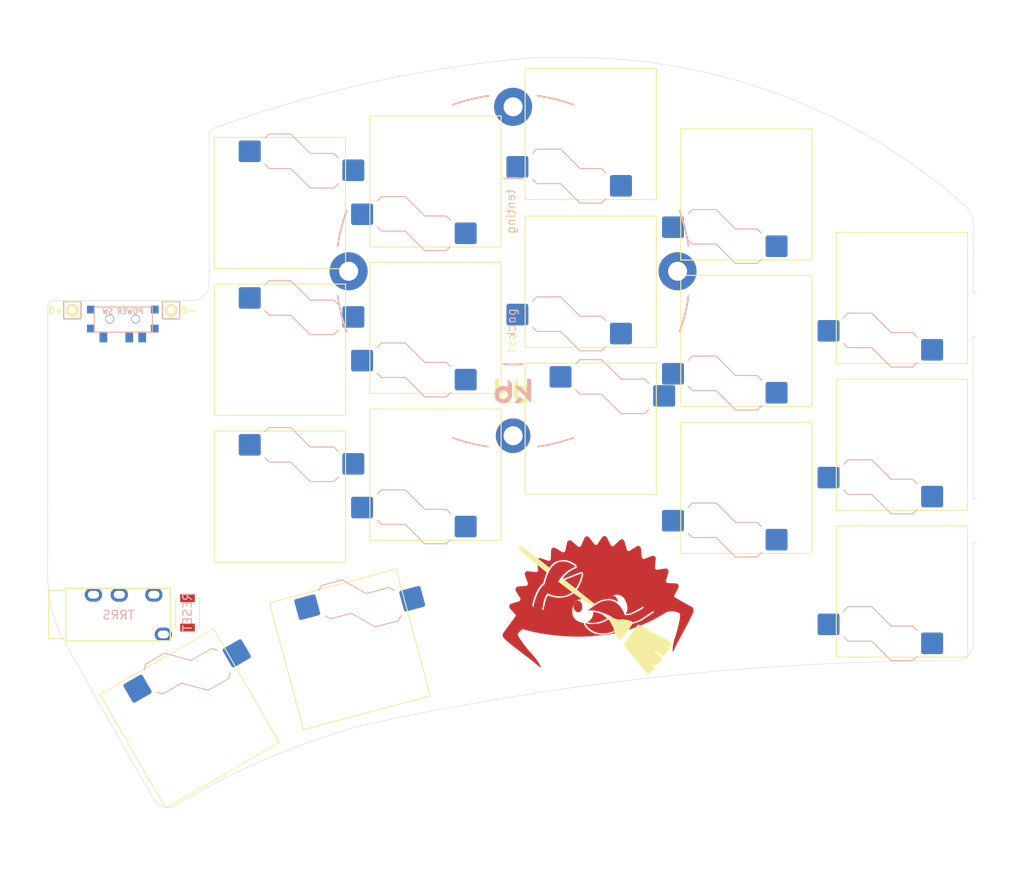
<source format=kicad_pcb>
(kicad_pcb (version 20211014) (generator pcbnew)
  (layers (0 "F.Cu" signal) (31 "B.Cu" signal) (34 "B.Paste" user) (35 "F.Paste" user) (36 "B.SilkS" user "B.Silkscreen") (37 "F.SilkS" user "F.Silkscreen") (38 "B.Mask" user) (39 "F.Mask" user) (44 "Edge.Cuts" user))
  (net 0 "")
  (net 1 "BT+")
  (net 2 "gnd")
  (net 3 "vcc")
  (net 4 "Net-(SW_POWER1-Pad1)")
  (net 5 "raw")
  (net 6 "Switch18_r")
  (net 7 "reset_r")
  (net 8 "Switch9_r")
  (net 9 "Switch10_r")
  (net 10 "Switch11_r")
  (net 11 "Switch12_r")
  (net 12 "Switch13_r")
  (net 13 "Switch14_r")
  (net 14 "Switch15_r")
  (net 15 "Switch16_r")
  (net 16 "Switch17_r")
  (net 17 "Switch1_r")
  (net 18 "Switch2_r")
  (net 19 "Switch3_r")
  (net 20 "Switch4_r")
  (net 21 "Switch5_r")
  (net 22 "Switch6_r")
  (net 23 "Switch7_r")
  (net 24 "Switch8_r")
  (footprint "Kailh:TRRS-PJ-320A" (layer "F.Cu") (at 23.876 86.052 90)
    (fp_text reference "J1")
    (fp_text value "AudioJack4dpb" hide)
    (fp_text user "TRRS" (at -0.054 6.096 180) (layer "B.SilkS") (effects (justify mirror)))
    (pad "" np_thru_hole circle locked (at 0 8.6 90) (size 0.8 0.8) (drill 0.8) (layers *.Cu *.Mask))
    (pad "" np_thru_hole circle locked (at 0 1.6 90) (size 0.8 0.8) (drill 0.8) (layers *.Cu *.Mask))
    (pad "R1" thru_hole oval locked (at 2.3 6.2 90) (size 1.6 2) (drill oval 0.9 1.3) (layers *.Cu *.Mask) (net 6 "Switch18_r"))
    (pad "R2" thru_hole oval locked (at 2.3 3.2 90) (size 1.6 2) (drill oval 0.9 1.3) (layers *.Cu *.Mask) (net 3 "vcc"))
    (pad "S" thru_hole oval locked (at -2.3 11.3 90) (size 1.6 2) (drill oval 0.9 1.3) (layers *.Cu *.Mask) (net 2 "gnd"))
    (pad "T" thru_hole oval locked (at 2.3 10.2 90) (size 1.6 2) (drill oval 0.9 1.3) (layers *.Cu *.Mask) (net 2 "gnd"))
  )
  (footprint "* duckyb-collection:SW_Hotswap_Kailh_Choc_V1_no_bounds" (layer "F.Cu") (at 48.686 72.39)
    (fp_text reference "SW17_r1" hide)
    (fp_text value "SW_Push")
    (pad "" np_thru_hole circle (at 5 -3.8) (size 3.05 3.05) (drill 3.05) (layers *.Cu *.Mask))
    (pad "" np_thru_hole circle (at -5.22 4.2) (size 1.3 1.3) (drill 1.3) (layers *.Cu *.Mask))
    (pad "" np_thru_hole circle (at 0 -5.9) (size 3.05 3.05) (drill 3.05) (layers *.Cu *.Mask))
    (pad "" np_thru_hole circle (at 0 0) (size 3.4 3.4) (drill 3.4) (layers *.Cu *.Mask))
    (pad "" np_thru_hole circle (at -5.5 0) (size 1.9 1.9) (drill 1.9) (layers *.Cu *.Mask))
    (pad "" np_thru_hole circle (at 5.5 0) (size 1.9 1.9) (drill 1.9) (layers *.Cu *.Mask))
    (pad "1" smd roundrect (at -3.5 -6) (size 2.55 2.5) (layers "B.Cu" "B.Paste" "B.Mask") (roundrect_rratio 0.1) (net 14 "Switch15_r"))
    (pad "2" smd roundrect (at 8.5 -3.8) (size 2.55 2.5) (layers "B.Cu" "B.Paste" "B.Mask") (roundrect_rratio 0.1) (net 2 "gnd"))
  )
  (footprint "* duckyb-collection:SW_Hotswap_Kailh_Choc_V1_no_bounds" (layer "F.Cu") (at 66.7 52.832 180)
    (fp_text reference "SW11_r1" hide)
    (fp_text value "SW_Push")
    (pad "" np_thru_hole circle (at 0 -5.9 180) (size 3.05 3.05) (drill 3.05) (layers *.Cu *.Mask))
    (pad "" np_thru_hole circle (at -5.5 0 180) (size 1.9 1.9) (drill 1.9) (layers *.Cu *.Mask))
    (pad "" np_thru_hole circle (at -5.22 4.2 180) (size 1.3 1.3) (drill 1.3) (layers *.Cu *.Mask))
    (pad "" np_thru_hole circle (at 5.5 0 180) (size 1.9 1.9) (drill 1.9) (layers *.Cu *.Mask))
    (pad "" np_thru_hole circle (at 5 -3.8 180) (size 3.05 3.05) (drill 3.05) (layers *.Cu *.Mask))
    (pad "" np_thru_hole circle (at 0 0 180) (size 3.4 3.4) (drill 3.4) (layers *.Cu *.Mask))
    (pad "1" smd roundrect (at -3.5 -6 180) (size 2.55 2.5) (layers "B.Cu" "B.Paste" "B.Mask") (roundrect_rratio 0.1) (net 8 "Switch9_r"))
    (pad "2" smd roundrect (at 8.5 -3.8 180) (size 2.55 2.5) (layers "B.Cu" "B.Paste" "B.Mask") (roundrect_rratio 0.1) (net 2 "gnd"))
  )
  (footprint "* duckyb-collection:SW_Hotswap_Kailh_Choc_V1_no_bounds" (layer "F.Cu") (at 84.688 64.516)
    (fp_text reference "SW15_r1" hide)
    (fp_text value "SW_Push")
    (pad "" np_thru_hole circle (at -5.5 0) (size 1.9 1.9) (drill 1.9) (layers *.Cu *.Mask))
    (pad "" np_thru_hole circle (at 0 0) (size 3.4 3.4) (drill 3.4) (layers *.Cu *.Mask))
    (pad "" np_thru_hole circle (at -5.22 4.2) (size 1.3 1.3) (drill 1.3) (layers *.Cu *.Mask))
    (pad "" np_thru_hole circle (at 5.5 0) (size 1.9 1.9) (drill 1.9) (layers *.Cu *.Mask))
    (pad "" np_thru_hole circle (at 5 -3.8) (size 3.05 3.05) (drill 3.05) (layers *.Cu *.Mask))
    (pad "" np_thru_hole circle (at 0 -5.9) (size 3.05 3.05) (drill 3.05) (layers *.Cu *.Mask))
    (pad "1" smd roundrect (at -3.5 -6) (size 2.55 2.5) (layers "B.Cu" "B.Paste" "B.Mask") (roundrect_rratio 0.1) (net 12 "Switch13_r"))
    (pad "2" smd roundrect (at 8.5 -3.8) (size 2.55 2.5) (layers "B.Cu" "B.Paste" "B.Mask") (roundrect_rratio 0.1) (net 2 "gnd"))
  )
  (footprint "* duckyb-collection:SW_Hotswap_Kailh_Choc_V1_no_bounds" (layer "F.Cu") (at 102.714 71.374 180)
    (fp_text reference "SW18_r1" hide)
    (fp_text value "SW_Push")
    (pad "" np_thru_hole circle (at -5.5 0 180) (size 1.9 1.9) (drill 1.9) (layers *.Cu *.Mask))
    (pad "" np_thru_hole circle (at 0 -5.9 180) (size 3.05 3.05) (drill 3.05) (layers *.Cu *.Mask))
    (pad "" np_thru_hole circle (at 0 0 180) (size 3.4 3.4) (drill 3.4) (layers *.Cu *.Mask))
    (pad "" np_thru_hole circle (at 5.5 0 180) (size 1.9 1.9) (drill 1.9) (layers *.Cu *.Mask))
    (pad "" np_thru_hole circle (at -5.22 4.2 180) (size 1.3 1.3) (drill 1.3) (layers *.Cu *.Mask))
    (pad "" np_thru_hole circle (at 5 -3.8 180) (size 3.05 3.05) (drill 3.05) (layers *.Cu *.Mask))
    (pad "1" smd roundrect (at -3.5 -6 180) (size 2.55 2.5) (layers "B.Cu" "B.Paste" "B.Mask") (roundrect_rratio 0.1) (net 11 "Switch12_r"))
    (pad "2" smd roundrect (at 8.5 -3.8 180) (size 2.55 2.5) (layers "B.Cu" "B.Paste" "B.Mask") (roundrect_rratio 0.1) (net 2 "gnd"))
  )
  (footprint "* duckyb-collection:SW_Hotswap_Kailh_Choc_V1_no_bounds" (layer "F.Cu") (at 48.686 38.382)
    (fp_text reference "SW6_r1" hide)
    (fp_text value "SW_Push")
    (pad "" np_thru_hole circle (at 5 -3.8) (size 3.05 3.05) (drill 3.05) (layers *.Cu *.Mask))
    (pad "" np_thru_hole circle (at 0 -5.9) (size 3.05 3.05) (drill 3.05) (layers *.Cu *.Mask))
    (pad "" np_thru_hole circle (at -5.5 0) (size 1.9 1.9) (drill 1.9) (layers *.Cu *.Mask))
    (pad "" np_thru_hole circle (at 0 0) (size 3.4 3.4) (drill 3.4) (layers *.Cu *.Mask))
    (pad "" np_thru_hole circle (at 5.5 0) (size 1.9 1.9) (drill 1.9) (layers *.Cu *.Mask))
    (pad "" np_thru_hole circle (at -5.22 4.2) (size 1.3 1.3) (drill 1.3) (layers *.Cu *.Mask))
    (pad "1" smd roundrect (at -3.5 -6) (size 2.55 2.5) (layers "B.Cu" "B.Paste" "B.Mask") (roundrect_rratio 0.1) (net 21 "Switch5_r"))
    (pad "2" smd roundrect (at 8.5 -3.8) (size 2.55 2.5) (layers "B.Cu" "B.Paste" "B.Mask") (roundrect_rratio 0.1) (net 2 "gnd"))
  )
  (footprint "* duckyb-collection:SW_Hotswap_Kailh_Choc_V1_no_bounds" (layer "F.Cu") (at 66.7 35.882 180)
    (fp_text reference "SW5_r1" hide)
    (fp_text value "SW_Push")
    (pad "" np_thru_hole circle (at -5.22 4.2 180) (size 1.3 1.3) (drill 1.3) (layers *.Cu *.Mask))
    (pad "" np_thru_hole circle (at 0 -5.9 180) (size 3.05 3.05) (drill 3.05) (layers *.Cu *.Mask))
    (pad "" np_thru_hole circle (at 5.5 0 180) (size 1.9 1.9) (drill 1.9) (layers *.Cu *.Mask))
    (pad "" np_thru_hole circle (at 5 -3.8 180) (size 3.05 3.05) (drill 3.05) (layers *.Cu *.Mask))
    (pad "" np_thru_hole circle (at 0 0 180) (size 3.4 3.4) (drill 3.4) (layers *.Cu *.Mask))
    (pad "" np_thru_hole circle (at -5.5 0 180) (size 1.9 1.9) (drill 1.9) (layers *.Cu *.Mask))
    (pad "1" smd roundrect (at -3.5 -6 180) (size 2.55 2.5) (layers "B.Cu" "B.Paste" "B.Mask") (roundrect_rratio 0.1) (net 20 "Switch4_r"))
    (pad "2" smd roundrect (at 8.5 -3.8 180) (size 2.55 2.5) (layers "B.Cu" "B.Paste" "B.Mask") (roundrect_rratio 0.1) (net 2 "gnd"))
  )
  (footprint "* duckyb-collection:SW_Hotswap_Kailh_Choc_V1_no_bounds" (layer "F.Cu") (at 120.732 49.382 180)
    (fp_text reference "SW2_r1" hide)
    (fp_text value "SW_Push")
    (pad "" np_thru_hole circle (at 5.5 0 180) (size 1.9 1.9) (drill 1.9) (layers *.Cu *.Mask))
    (pad "" np_thru_hole circle (at 5 -3.8 180) (size 3.05 3.05) (drill 3.05) (layers *.Cu *.Mask))
    (pad "" np_thru_hole circle (at -5.22 4.2 180) (size 1.3 1.3) (drill 1.3) (layers *.Cu *.Mask))
    (pad "" np_thru_hole circle (at -5.5 0 180) (size 1.9 1.9) (drill 1.9) (layers *.Cu *.Mask))
    (pad "" np_thru_hole circle (at 0 -5.9 180) (size 3.05 3.05) (drill 3.05) (layers *.Cu *.Mask))
    (pad "" np_thru_hole circle (at 0 0 180) (size 3.4 3.4) (drill 3.4) (layers *.Cu *.Mask))
    (pad "1" smd roundrect (at -3.5 -6 180) (size 2.55 2.5) (layers "B.Cu" "B.Paste" "B.Mask") (roundrect_rratio 0.1) (net 17 "Switch1_r"))
    (pad "2" smd roundrect (at 8.5 -3.8 180) (size 2.55 2.5) (layers "B.Cu" "B.Paste" "B.Mask") (roundrect_rratio 0.1) (net 2 "gnd"))
  )
  (footprint "* duckyb-collection:SW_Hotswap_Kailh_Choc_V1_no_bounds" (layer "F.Cu") (at 66.7 69.85 180)
    (fp_text reference "SW16_r1" hide)
    (fp_text value "SW_Push")
    (pad "" np_thru_hole circle (at 5.5 0 180) (size 1.9 1.9) (drill 1.9) (layers *.Cu *.Mask))
    (pad "" np_thru_hole circle (at 0 0 180) (size 3.4 3.4) (drill 3.4) (layers *.Cu *.Mask))
    (pad "" np_thru_hole circle (at -5.5 0 180) (size 1.9 1.9) (drill 1.9) (layers *.Cu *.Mask))
    (pad "" np_thru_hole circle (at -5.22 4.2 180) (size 1.3 1.3) (drill 1.3) (layers *.Cu *.Mask))
    (pad "" np_thru_hole circle (at 5 -3.8 180) (size 3.05 3.05) (drill 3.05) (layers *.Cu *.Mask))
    (pad "" np_thru_hole circle (at 0 -5.9 180) (size 3.05 3.05) (drill 3.05) (layers *.Cu *.Mask))
    (pad "1" smd roundrect (at -3.5 -6 180) (size 2.55 2.5) (layers "B.Cu" "B.Paste" "B.Mask") (roundrect_rratio 0.1) (net 13 "Switch14_r"))
    (pad "2" smd roundrect (at 8.5 -3.8 180) (size 2.55 2.5) (layers "B.Cu" "B.Paste" "B.Mask") (roundrect_rratio 0.1) (net 2 "gnd"))
  )
  (footprint "* duckyb-collection:SW_Hotswap_Kailh_Choc_V1_no_bounds" (layer "F.Cu") (at 84.688 30.382 180)
    (fp_text reference "SW4_r1" hide)
    (fp_text value "SW_Push")
    (pad "" np_thru_hole circle (at 0 0 180) (size 3.4 3.4) (drill 3.4) (layers *.Cu *.Mask))
    (pad "" np_thru_hole circle (at 5.5 0 180) (size 1.9 1.9) (drill 1.9) (layers *.Cu *.Mask))
    (pad "" np_thru_hole circle (at 0 -5.9 180) (size 3.05 3.05) (drill 3.05) (layers *.Cu *.Mask))
    (pad "" np_thru_hole circle (at 5 -3.8 180) (size 3.05 3.05) (drill 3.05) (layers *.Cu *.Mask))
    (pad "" np_thru_hole circle (at -5.5 0 180) (size 1.9 1.9) (drill 1.9) (layers *.Cu *.Mask))
    (pad "" np_thru_hole circle (at -5.22 4.2 180) (size 1.3 1.3) (drill 1.3) (layers *.Cu *.Mask))
    (pad "1" smd roundrect (at -3.5 -6 180) (size 2.55 2.5) (layers "B.Cu" "B.Paste" "B.Mask") (roundrect_rratio 0.1) (net 19 "Switch3_r"))
    (pad "2" smd roundrect (at 8.5 -3.8 180) (size 2.55 2.5) (layers "B.Cu" "B.Paste" "B.Mask") (roundrect_rratio 0.1) (net 2 "gnd"))
  )
  (footprint "* duckyb-collection:SW_Hotswap_Kailh_Choc_V1_no_bounds" (layer "F.Cu") (at 120.732 83.382 180)
    (fp_text reference "SW13_r1" hide)
    (fp_text value "SW_Push")
    (pad "" np_thru_hole circle (at 5.5 0 180) (size 1.9 1.9) (drill 1.9) (layers *.Cu *.Mask))
    (pad "" np_thru_hole circle (at -5.22 4.2 180) (size 1.3 1.3) (drill 1.3) (layers *.Cu *.Mask))
    (pad "" np_thru_hole circle (at -5.5 0 180) (size 1.9 1.9) (drill 1.9) (layers *.Cu *.Mask))
    (pad "" np_thru_hole circle (at 0 0 180) (size 3.4 3.4) (drill 3.4) (layers *.Cu *.Mask))
    (pad "" np_thru_hole circle (at 0 -5.9 180) (size 3.05 3.05) (drill 3.05) (layers *.Cu *.Mask))
    (pad "" np_thru_hole circle (at 5 -3.8 180) (size 3.05 3.05) (drill 3.05) (layers *.Cu *.Mask))
    (pad "1" smd roundrect (at -3.5 -6 180) (size 2.55 2.5) (layers "B.Cu" "B.Paste" "B.Mask") (roundrect_rratio 0.1) (net 10 "Switch11_r"))
    (pad "2" smd roundrect (at 8.5 -3.8 180) (size 2.55 2.5) (layers "B.Cu" "B.Paste" "B.Mask") (roundrect_rratio 0.1) (net 2 "gnd"))
  )
  (footprint "* duckyb-collection:SW_Hotswap_Kailh_Choc_V1_no_bounds" (layer "F.Cu") (at 48.686 55.372)
    (fp_text reference "SW12_r1" hide)
    (fp_text value "SW_Push")
    (pad "" np_thru_hole circle (at 0 -5.9) (size 3.05 3.05) (drill 3.05) (layers *.Cu *.Mask))
    (pad "" np_thru_hole circle (at -5.5 0) (size 1.9 1.9) (drill 1.9) (layers *.Cu *.Mask))
    (pad "" np_thru_hole circle (at -5.22 4.2) (size 1.3 1.3) (drill 1.3) (layers *.Cu *.Mask))
    (pad "" np_thru_hole circle (at 5.5 0) (size 1.9 1.9) (drill 1.9) (layers *.Cu *.Mask))
    (pad "" np_thru_hole circle (at 0 0) (size 3.4 3.4) (drill 3.4) (layers *.Cu *.Mask))
    (pad "" np_thru_hole circle (at 5 -3.8) (size 3.05 3.05) (drill 3.05) (layers *.Cu *.Mask))
    (pad "1" smd roundrect (at -3.5 -6) (size 2.55 2.5) (layers "B.Cu" "B.Paste" "B.Mask") (roundrect_rratio 0.1) (net 9 "Switch10_r"))
    (pad "2" smd roundrect (at 8.5 -3.8) (size 2.55 2.5) (layers "B.Cu" "B.Paste" "B.Mask") (roundrect_rratio 0.1) (net 2 "gnd"))
  )
  (footprint "* duckyb-collection:SW_Hotswap_Kailh_Choc_V1_no_bounds" (layer "F.Cu") (at 102.714 37.382 180)
    (fp_text reference "SW3_r1" hide)
    (fp_text value "SW_Push")
    (pad "" np_thru_hole circle (at 0 0 180) (size 3.4 3.4) (drill 3.4) (layers *.Cu *.Mask))
    (pad "" np_thru_hole circle (at -5.5 0 180) (size 1.9 1.9) (drill 1.9) (layers *.Cu *.Mask))
    (pad "" np_thru_hole circle (at 5.5 0 180) (size 1.9 1.9) (drill 1.9) (layers *.Cu *.Mask))
    (pad "" np_thru_hole circle (at -5.22 4.2 180) (size 1.3 1.3) (drill 1.3) (layers *.Cu *.Mask))
    (pad "" np_thru_hole circle (at 0 -5.9 180) (size 3.05 3.05) (drill 3.05) (layers *.Cu *.Mask))
    (pad "" np_thru_hole circle (at 5 -3.8 180) (size 3.05 3.05) (drill 3.05) (layers *.Cu *.Mask))
    (pad "1" smd roundrect (at -3.5 -6 180) (size 2.55 2.5) (layers "B.Cu" "B.Paste" "B.Mask") (roundrect_rratio 0.1) (net 18 "Switch2_r"))
    (pad "2" smd roundrect (at 8.5 -3.8 180) (size 2.55 2.5) (layers "B.Cu" "B.Paste" "B.Mask") (roundrect_rratio 0.1) (net 2 "gnd"))
  )
  (footprint "* duckyb-collection:SW_Hotswap_Kailh_Choc_V1_no_bounds" (layer "F.Cu") (at 102.714 54.356 180)
    (fp_text reference "SW8_r1" hide)
    (fp_text value "SW_Push")
    (pad "" np_thru_hole circle (at 5.5 0 180) (size 1.9 1.9) (drill 1.9) (layers *.Cu *.Mask))
    (pad "" np_thru_hole circle (at -5.22 4.2 180) (size 1.3 1.3) (drill 1.3) (layers *.Cu *.Mask))
    (pad "" np_thru_hole circle (at -5.5 0 180) (size 1.9 1.9) (drill 1.9) (layers *.Cu *.Mask))
    (pad "" np_thru_hole circle (at 5 -3.8 180) (size 3.05 3.05) (drill 3.05) (layers *.Cu *.Mask))
    (pad "" np_thru_hole circle (at 0 -5.9 180) (size 3.05 3.05) (drill 3.05) (layers *.Cu *.Mask))
    (pad "" np_thru_hole circle (at 0 0 180) (size 3.4 3.4) (drill 3.4) (layers *.Cu *.Mask))
    (pad "1" smd roundrect (at -3.5 -6 180) (size 2.55 2.5) (layers "B.Cu" "B.Paste" "B.Mask") (roundrect_rratio 0.1) (net 23 "Switch7_r"))
    (pad "2" smd roundrect (at 8.5 -3.8 180) (size 2.55 2.5) (layers "B.Cu" "B.Paste" "B.Mask") (roundrect_rratio 0.1) (net 2 "gnd"))
  )
  (footprint "* duckyb-collection:SW_Hotswap_Kailh_Choc_V1_no_bounds" (layer "F.Cu") (at 56.778 90.082 15)
    (fp_text reference "SW21_r1" hide)
    (fp_text value "SW_Push")
    (pad "" np_thru_hole circle (at -5.22 4.2 15) (size 1.3 1.3) (drill 1.3) (layers *.Cu *.Mask))
    (pad "" np_thru_hole circle (at 5 -3.8 15) (size 3.05 3.05) (drill 3.05) (layers *.Cu *.Mask))
    (pad "" np_thru_hole circle (at 0 -5.9 15) (size 3.05 3.05) (drill 3.05) (layers *.Cu *.Mask))
    (pad "" np_thru_hole circle (at 0 0 15) (size 3.4 3.4) (drill 3.4) (layers *.Cu *.Mask))
    (pad "" np_thru_hole circle (at -5.5 0 15) (size 1.9 1.9) (drill 1.9) (layers *.Cu *.Mask))
    (pad "" np_thru_hole circle (at 5.5 0 15) (size 1.9 1.9) (drill 1.9) (layers *.Cu *.Mask))
    (pad "1" smd roundrect (at -3.5 -6 15) (size 2.55 2.5) (layers "B.Cu" "B.Paste" "B.Mask") (roundrect_rratio 0.1) (net 15 "Switch16_r"))
    (pad "2" smd roundrect (at 8.5 -3.8 15) (size 2.55 2.5) (layers "B.Cu" "B.Paste" "B.Mask") (roundrect_rratio 0.1) (net 2 "gnd"))
  )
  (footprint "Kailh:ferris_broom" (layer "F.Cu") (at 84.074 85.344 7)
    (fp_text reference "G***" hide)
    (fp_text value "LOGO" hide)
    (fp_poly (pts (xy 0.876959 0.512614) (xy 0.879912 0.513257) (xy 0.909731 0.520829) (xy 0.950577 0.532551) (xy 0.999376 0.547409) (xy 1.053055 0.564389) (xy 1.108539 0.582475) (xy 1.162754 0.600654) (xy 1.212625 0.617911) (xy 1.25508 0.633232) (xy 1.287043 0.645603) (xy 1.303866 0.653146) (xy 1.327085 0.664074) (xy 1.359259 0.677603) (xy 1.392766 0.690556) (xy 1.41799 0.70002) (xy 1.442859 0.709847) (xy 1.469644 0.721054) (xy 1.500622 0.734654) (xy 1.538066 0.751664) (xy 1.584249 0.773098) (xy 1.641445 0.799972) (xy 1.701799 0.828502) (xy 1.790699 0.870597) (xy 1.990634 1.072415) (xy 2.069517 1.152176) (xy 2.137023 1.220741) (xy 2.193816 1.278817) (xy 2.240566 1.327109) (xy 2.277937 1.366325) (xy 2.306597 1.39717) (xy 2.327213 1.420351) (xy 2.340451 1.436574) (xy 2.346978 1.446545) (xy 2.347727 1.450669) (xy 2.337133 1.458448) (xy 2.313359 1.470926) (xy 2.279096 1.486898) (xy 2.237036 1.50516) (xy 2.189869 1.524506) (xy 2.140286 1.543732) (xy 2.137833 1.544653) (xy 2.097444 1.559856) (xy 2.058067 1.574784) (xy 2.025451 1.587254) (xy 2.01182 1.592529) (xy 1.986019 1.601772) (xy 1.965641 1.607611) (xy 1.958789 1.608667) (xy 1.941554 1.61242) (xy 1.932401 1.616333) (xy 1.916696 1.622488) (xy 1.888261 1.631781) (xy 1.850774 1.643153) (xy 1.807909 1.655543) (xy 1.763342 1.667892) (xy 1.720749 1.679138) (xy 1.683806 1.688221) (xy 1.680633 1.688954) (xy 1.64504 1.697141) (xy 1.610788 1.705064) (xy 1.587499 1.710491) (xy 1.510641 1.726839) (xy 1.427179 1.741738) (xy 1.350433 1.752959) (xy 1.307609 1.758468) (xy 1.263139 1.764289) (xy 1.225385 1.769324) (xy 1.219199 1.770165) (xy 1.156081 1.776576) (xy 1.0818 1.780579) (xy 1.001959 1.782131) (xy 0.922164 1.781187) (xy 0.848018 1.777702) (xy 0.800099 1.773465) (xy 0.751827 1.767563) (xy 0.696348 1.759999) (xy 0.637115 1.751324) (xy 0.57758 1.742086) (xy 0.521197 1.732835) (xy 0.471419 1.724123) (xy 0.431698 1.716498) (xy 0.406399 1.710756) (xy 0.379671 1.703999) (xy 0.347122 1.696235) (xy 0.334433 1.69333) (xy 0.286755 1.6819) (xy 0.237291 1.668513) (xy 0.181713 1.65192) (xy 0.115695 1.630872) (xy 0.097366 1.624871) (xy 0.057153 1.612043) (xy 0.021585 1.601424) (xy -0.005616 1.594076) (xy -0.02073 1.59106) (xy -0.021167 1.59104) (xy -0.020533 1.588533) (xy -0.006195 1.582029) (xy 0.01937 1.572526) (xy 0.052427 1.561425) (xy 0.090109 1.548565) (xy 0.12247 1.536207) (xy 0.145654 1.525903) (xy 0.155135 1.520055) (xy 0.166798 1.512017) (xy 0.171701 1.512258) (xy 0.180836 1.510909) (xy 0.200781 1.50325) (xy 0.227383 1.490895) (xy 0.229859 1.489659) (xy 0.348134 1.421013) (xy 0.455886 1.339375) (xy 0.55229 1.245632) (xy 0.636521 1.140672) (xy 0.707755 1.025383) (xy 0.75626 0.922867) (xy 0.771785 0.882802) (xy 0.78707 0.838997) (xy 0.80115 0.794778) (xy 0.813059 0.753473) (xy 0.821834 0.718408) (xy 0.826508 0.692911) (xy 0.826433 0.680945) (xy 0.826989 0.669474) (xy 0.829813 0.667297) (xy 0.834165 0.658281) (xy 0.839539 0.636304) (xy 0.845077 0.605234) (xy 0.847767 0.586531) (xy 0.852768 0.550086) (xy 0.85688 0.527452) (xy 0.861412 0.515648) (xy 0.867669 0.511696) (xy 0.876959 0.512614)) (layer "F.Cu") (width 0.01) (fill solid))
    (fp_poly (pts (xy -0.761144 -1.032642) (xy -0.688709 -1.008644) (xy -0.619188 -0.970622) (xy -0.554768 -0.920001) (xy -0.497637 -0.858202) (xy -0.453968 -0.7937) (xy -0.437483 -0.766692) (xy -0.423416 -0.746579) (xy -0.414329 -0.736954) (xy -0.413252 -0.7366) (xy -0.408833 -0.731565) (xy -0.409736 -0.729585) (xy -0.40904 -0.718656) (xy -0.402935 -0.697092) (xy -0.39386 -0.672435) (xy -0.369521 -0.596952) (xy -0.351987 -0.510702) (xy -0.341678 -0.418605) (xy -0.339017 -0.32558) (xy -0.344425 -0.236545) (xy -0.352075 -0.18519) (xy -0.377889 -0.081805) (xy -0.41398 0.0129) (xy -0.459406 0.097763) (xy -0.513225 0.171624) (xy -0.574496 0.233322) (xy -0.642278 0.281697) (xy -0.715627 0.315587) (xy -0.770126 0.330135) (xy -0.812297 0.336403) (xy -0.84915 0.337012) (xy -0.888665 0.331696) (xy -0.918634 0.325158) (xy -0.947744 0.318386) (xy -0.971301 0.313186) (xy -0.982134 0.311051) (xy -0.996128 0.306431) (xy -0.999067 0.304242) (xy -1.00783 0.297463) (xy -1.026684 0.284345) (xy -1.050959 0.268116) (xy -1.110231 0.221059) (xy -1.166285 0.161274) (xy -1.215754 0.092966) (xy -1.255272 0.02034) (xy -1.262352 0.004066) (xy -1.273749 -0.020663) (xy -1.283702 -0.037495) (xy -1.288991 -0.042333) (xy -1.29308 -0.047331) (xy -1.292297 -0.048972) (xy -1.29238 -0.059871) (xy -1.296468 -0.082275) (xy -1.303688 -0.111476) (xy -1.304231 -0.113444) (xy -1.327325 -0.227527) (xy -1.335016 -0.34511) (xy -1.327592 -0.463403) (xy -1.305338 -0.579617) (xy -1.268541 -0.690962) (xy -1.238078 -0.757245) (xy -1.212207 -0.803246) (xy -1.184334 -0.842806) (xy -1.149579 -0.88249) (xy -1.130553 -0.901979) (xy -1.06388 -0.960545) (xy -0.99682 -1.002787) (xy -0.928123 -1.029293) (xy -0.856537 -1.040651) (xy -0.834305 -1.041193) (xy -0.761144 -1.032642)) (layer "F.Cu") (width 0.01) (fill solid))
    (fp_poly (pts (xy 2.497362 1.60812) (xy 2.516201 1.630541) (xy 2.539606 1.66204) (xy 2.565698 1.699782) (xy 2.5926 1.740931) (xy 2.618435 1.782653) (xy 2.641323 1.822112) (xy 2.659388 1.856474) (xy 2.666144 1.871134) (xy 2.675174 1.8922) (xy 2.682735 1.910202) (xy 2.689668 1.927504) (xy 2.696814 1.946474) (xy 2.705016 1.969476) (xy 2.715116 1.998877) (xy 2.727955 2.037044) (xy 2.744376 2.086341) (xy 2.76522 2.149136) (xy 2.767277 2.155335) (xy 2.79547 2.239012) (xy 2.819709 2.307903) (xy 2.840648 2.363518) (xy 2.858937 2.407367) (xy 2.875227 2.440961) (xy 2.89017 2.465808) (xy 2.904417 2.483419) (xy 2.911698 2.490161) (xy 2.924037 2.502392) (xy 2.934069 2.517875) (xy 2.942227 2.538695) (xy 2.948946 2.566937) (xy 2.95466 2.604686) (xy 2.959803 2.654024) (xy 2.96481 2.717037) (xy 2.967712 2.759011) (xy 2.971473 2.813088) (xy 2.975206 2.862625) (xy 2.978665 2.904682) (xy 2.981607 2.936322) (xy 2.983786 2.954605) (xy 2.984118 2.956442) (xy 2.985216 2.974616) (xy 2.981467 2.983758) (xy 2.97033 2.98773) (xy 2.946718 2.994554) (xy 2.91464 3.003205) (xy 2.878104 3.012654) (xy 2.841119 3.021876) (xy 2.807693 3.029842) (xy 2.781834 3.035526) (xy 2.772833 3.037218) (xy 2.740017 3.043049) (xy 2.723886 3.046878) (xy 2.722033 3.048) (xy 2.719498 3.049406) (xy 2.709937 3.051762) (xy 2.690419 3.055686) (xy 2.658012 3.061798) (xy 2.645833 3.064058) (xy 2.614701 3.069857) (xy 2.587473 3.074983) (xy 2.574205 3.077523) (xy 2.535792 3.084308) (xy 2.495217 3.090398) (xy 2.461515 3.094444) (xy 2.459566 3.094623) (xy 2.441732 3.096694) (xy 2.434168 3.098528) (xy 2.434166 3.098549) (xy 2.428371 3.100759) (xy 2.410016 3.103448) (xy 2.377646 3.106789) (xy 2.330536 3.110895) (xy 2.295418 3.114121) (xy 2.26487 3.117492) (xy 2.244401 3.120386) (xy 2.241636 3.120933) (xy 2.228674 3.122143) (xy 2.20227 3.123376) (xy 2.165199 3.124589) (xy 2.120237 3.125741) (xy 2.070161 3.126787) (xy 2.017746 3.127685) (xy 1.965769 3.128391) (xy 1.917005 3.128864) (xy 1.874231 3.129059) (xy 1.840222 3.128935) (xy 1.817755 3.128447) (xy 1.80964 3.127619) (xy 1.80059 3.125979) (xy 1.778374 3.123731) (xy 1.746735 3.12122) (xy 1.722759 3.119603) (xy 1.686698 3.117077) (xy 1.657337 3.114552) (xy 1.638536 3.112386) (xy 1.633822 3.111349) (xy 1.623392 3.108867) (xy 1.601612 3.105606) (xy 1.582881 3.103358) (xy 1.546821 3.098908) (xy 1.506196 3.093174) (xy 1.485899 3.090012) (xy 1.46071 3.085747) (xy 1.438737 3.081498) (xy 1.415266 3.076189) (xy 1.385583 3.068743) (xy 1.344976 3.058082) (xy 1.337733 3.056161) (xy 1.310785 3.049549) (xy 1.288338 3.04495) (xy 1.282699 3.044111) (xy 1.268811 3.040638) (xy 1.242749 3.032461) (xy 1.207278 3.020578) (xy 1.165163 3.00599) (xy 1.119166 2.989694) (xy 1.072051 2.972691) (xy 1.026583 2.95598) (xy 0.985526 2.940559) (xy 0.951642 2.927428) (xy 0.927696 2.917587) (xy 0.916451 2.912034) (xy 0.915969 2.911525) (xy 0.906915 2.904901) (xy 0.887855 2.896703) (xy 0.882536 2.894864) (xy 0.856579 2.884295) (xy 0.826 2.869128) (xy 0.812405 2.861501) (xy 0.786428 2.847093) (xy 0.763679 2.835999) (xy 0.754822 2.832509) (xy 0.740471 2.824911) (xy 0.736599 2.81883) (xy 0.729994 2.811342) (xy 0.726931 2.810934) (xy 0.715304 2.806599) (xy 0.694376 2.795414) (xy 0.668528 2.780109) (xy 0.642141 2.763411) (xy 0.619594 2.748049) (xy 0.605269 2.736753) (xy 0.602544 2.733446) (xy 0.592812 2.726882) (xy 0.587727 2.726267) (xy 0.576921 2.721463) (xy 0.575733 2.7178) (xy 0.568927 2.710172) (xy 0.563738 2.709334) (xy 0.551083 2.705332) (xy 0.548922 2.702629) (xy 0.541052 2.694877) (xy 0.522821 2.680502) (xy 0.497894 2.662369) (xy 0.493183 2.659069) (xy 0.4679 2.640575) (xy 0.449192 2.625202) (xy 0.440501 2.61582) (xy 0.440266 2.614973) (xy 0.433535 2.608275) (xy 0.429435 2.607734) (xy 0.41654 2.601481) (xy 0.406399 2.5908) (xy 0.394653 2.5778) (xy 0.38761 2.573867) (xy 0.37716 2.567735) (xy 0.35603 2.549803) (xy 0.324968 2.520768) (xy 0.284721 2.481324) (xy 0.243269 2.439543) (xy 0.200625 2.396038) (xy 0.168553 2.3631) (xy 0.145693 2.339286) (xy 0.130682 2.323149) (xy 0.122159 2.313245) (xy 0.118763 2.308128) (xy 0.118533 2.307167) (xy 0.113341 2.298552) (xy 0.103716 2.287517) (xy 0.068061 2.246664) (xy 0.027102 2.193418) (xy -0.01726 2.130707) (xy -0.063123 2.061461) (xy -0.108585 1.98861) (xy -0.151744 1.915084) (xy -0.190698 1.843812) (xy -0.213309 1.799167) (xy -0.227323 1.770672) (xy -0.239308 1.746713) (xy -0.246044 1.733665) (xy -0.254676 1.710404) (xy -0.250171 1.697466) (xy -0.232965 1.695051) (xy -0.203494 1.703358) (xy -0.191057 1.708529) (xy -0.16592 1.718676) (xy -0.130742 1.731634) (xy -0.089245 1.746166) (xy -0.045154 1.761038) (xy -0.002192 1.775015) (xy 0.035916 1.786862) (xy 0.065447 1.795346) (xy 0.082368 1.799191) (xy 0.105754 1.804583) (xy 0.133385 1.813948) (xy 0.138498 1.816027) (xy 0.159574 1.823658) (xy 0.173255 1.826288) (xy 0.175247 1.825708) (xy 0.185013 1.825688) (xy 0.204421 1.830614) (xy 0.211666 1.833034) (xy 0.232914 1.839241) (xy 0.246536 1.840829) (xy 0.248276 1.840169) (xy 0.258089 1.840286) (xy 0.269603 1.845022) (xy 0.289423 1.852355) (xy 0.315497 1.858293) (xy 0.319012 1.85884) (xy 0.345005 1.86279) (xy 0.366233 1.866313) (xy 0.368299 1.86669) (xy 0.387676 1.870099) (xy 0.41382 1.874466) (xy 0.419099 1.875324) (xy 0.4454 1.879667) (xy 0.466971 1.883378) (xy 0.469899 1.883907) (xy 0.578494 1.899685) (xy 0.592666 1.901216) (xy 0.624265 1.904568) (xy 0.653064 1.907712) (xy 0.664633 1.90902) (xy 0.738092 1.915835) (xy 0.821895 1.920746) (xy 0.912209 1.92375) (xy 1.005203 1.924846) (xy 1.097047 1.92403) (xy 1.183908 1.921302) (xy 1.261954 1.916658) (xy 1.327355 1.910096) (xy 1.332521 1.909407) (xy 1.363658 1.905282) (xy 1.404638 1.90003) (xy 1.448491 1.894538) (xy 1.473199 1.891507) (xy 1.51003 1.886694) (xy 1.547579 1.881227) (xy 1.581788 1.875764) (xy 1.6086 1.870962) (xy 1.623959 1.86748) (xy 1.625778 1.866761) (xy 1.636135 1.863985) (xy 1.657116 1.86013) (xy 1.667933 1.858434) (xy 1.691797 1.854382) (xy 1.707867 1.850745) (xy 1.7108 1.849637) (xy 1.721917 1.846141) (xy 1.74216 1.841855) (xy 1.744459 1.841443) (xy 1.767325 1.836627) (xy 1.801107 1.828566) (xy 1.841425 1.818409) (xy 1.883898 1.807306) (xy 1.924146 1.796408) (xy 1.957788 1.786865) (xy 1.980444 1.779825) (xy 1.983894 1.778585) (xy 2.000008 1.774158) (xy 2.006599 1.77567) (xy 2.01129 1.775791) (xy 2.016759 1.771227) (xy 2.033216 1.762793) (xy 2.044982 1.761067) (xy 2.062222 1.758569) (xy 2.068933 1.755177) (xy 2.081869 1.748744) (xy 2.088182 1.747327) (xy 2.103303 1.7433) (xy 2.127646 1.735091) (xy 2.145087 1.728621) (xy 2.171173 1.71865) (xy 2.207754 1.704745) (xy 2.249475 1.68894) (xy 2.281766 1.676741) (xy 2.32495 1.660031) (xy 2.368146 1.642607) (xy 2.405518 1.626857) (xy 2.425699 1.617821) (xy 2.452829 1.606183) (xy 2.47426 1.598931) (xy 2.484966 1.597611) (xy 2.497362 1.60812)) (layer "F.Cu") (width 0.01) (fill solid))
    (fp_poly (pts (xy -2.070755 -5.735079) (xy -2.013767 -5.733193) (xy -1.962647 -5.729706) (xy -1.947334 -5.728157) (xy -1.91579 -5.72403) (xy -1.878997 -5.7183) (xy -1.841135 -5.711737) (xy -1.806387 -5.705109) (xy -1.778935 -5.699187) (xy -1.762962 -5.694739) (xy -1.761197 -5.693913) (xy -1.749383 -5.689933) (xy -1.733913 -5.686542) (xy -1.69976 -5.678685) (xy -1.654944 -5.666018) (xy -1.604482 -5.650132) (xy -1.553391 -5.632615) (xy -1.506685 -5.615056) (xy -1.500717 -5.612659) (xy -1.452864 -5.593201) (xy -1.41605 -5.578176) (xy -1.397757 -5.569244) (xy -1.388734 -5.561978) (xy -1.388534 -5.561206) (xy -1.381213 -5.555741) (xy -1.363354 -5.550046) (xy -1.361017 -5.54952) (xy -1.334178 -5.540519) (xy -1.312334 -5.52897) (xy -1.296618 -5.519291) (xy -1.269751 -5.503909) (xy -1.235579 -5.484988) (xy -1.20015 -5.465865) (xy -1.165151 -5.446711) (xy -1.136388 -5.43002) (xy -1.116756 -5.41754) (xy -1.109147 -5.411019) (xy -1.109134 -5.410901) (xy -1.10226 -5.403266) (xy -1.08585 -5.394053) (xy -1.067279 -5.384314) (xy -1.042639 -5.369673) (xy -1.017625 -5.353721) (xy -0.997933 -5.340048) (xy -0.9906 -5.334) (xy -0.981678 -5.327142) (xy -0.963529 -5.314319) (xy -0.950384 -5.305308) (xy -0.929902 -5.290103) (xy -0.916869 -5.277912) (xy -0.9144 -5.273582) (xy -0.907692 -5.266773) (xy -0.903817 -5.26626) (xy -0.891672 -5.261021) (xy -0.87273 -5.247713) (xy -0.861947 -5.238743) (xy -0.83469 -5.215391) (xy -0.805662 -5.191395) (xy -0.798736 -5.185833) (xy -0.783298 -5.173272) (xy -0.766052 -5.158572) (xy -0.744798 -5.139762) (xy -0.717335 -5.114874) (xy -0.681463 -5.08194) (xy -0.645536 -5.048757) (xy -0.620612 -5.023913) (xy -0.5975 -4.997804) (xy -0.57919 -4.974145) (xy -0.568671 -4.956653) (xy -0.567267 -4.951469) (xy -0.574481 -4.944193) (xy -0.592494 -4.934555) (xy -0.615857 -4.924975) (xy -0.639126 -4.917873) (xy -0.646085 -4.916446) (xy -0.66792 -4.910824) (xy -0.688468 -4.903524) (xy -0.709079 -4.896441) (xy -0.723126 -4.893733) (xy -0.736557 -4.891119) (xy -0.760155 -4.884352) (xy -0.781842 -4.877256) (xy -0.807062 -4.869305) (xy -0.824412 -4.865225) (xy -0.829734 -4.865593) (xy -0.834929 -4.865546) (xy -0.840317 -4.861881) (xy -0.855473 -4.854392) (xy -0.878215 -4.847573) (xy -0.880534 -4.847062) (xy -0.905832 -4.839411) (xy -0.926267 -4.82956) (xy -0.926868 -4.829151) (xy -0.94749 -4.819766) (xy -0.96086 -4.817533) (xy -0.979529 -4.813619) (xy -1.003289 -4.803975) (xy -1.007659 -4.801729) (xy -1.035188 -4.789332) (xy -1.062581 -4.780376) (xy -1.064684 -4.779889) (xy -1.083341 -4.77372) (xy -1.092105 -4.76673) (xy -1.0922 -4.76606) (xy -1.099409 -4.760066) (xy -1.112072 -4.758267) (xy -1.132942 -4.75281) (xy -1.151467 -4.741333) (xy -1.169281 -4.729143) (xy -1.183206 -4.7244) (xy -1.199285 -4.720663) (xy -1.217894 -4.712669) (xy -1.23352 -4.704764) (xy -1.26091 -4.691156) (xy -1.296604 -4.673555) (xy -1.337143 -4.653672) (xy -1.350434 -4.647174) (xy -1.389858 -4.627766) (xy -1.423633 -4.610852) (xy -1.448933 -4.59787) (xy -1.462935 -4.590257) (xy -1.464734 -4.589042) (xy -1.474577 -4.582584) (xy -1.492773 -4.5728) (xy -1.494367 -4.572) (xy -1.512926 -4.562153) (xy -1.523685 -4.555359) (xy -1.524 -4.555067) (xy -1.533841 -4.548685) (xy -1.552032 -4.538937) (xy -1.553634 -4.538133) (xy -1.572192 -4.528291) (xy -1.582951 -4.521505) (xy -1.583267 -4.521213) (xy -1.593061 -4.514343) (xy -1.615209 -4.501387) (xy -1.646767 -4.483895) (xy -1.66297 -4.472895) (xy -1.669742 -4.466167) (xy -1.681018 -4.458082) (xy -1.68361 -4.4577) (xy -1.694208 -4.453086) (xy -1.71368 -4.441126) (xy -1.732602 -4.428096) (xy -1.755478 -4.412672) (xy -1.77295 -4.40277) (xy -1.780117 -4.40058) (xy -1.786238 -4.396375) (xy -1.786467 -4.3942) (xy -1.79291 -4.385979) (xy -1.794934 -4.385733) (xy -1.807142 -4.380633) (xy -1.820334 -4.370917) (xy -1.840889 -4.352931) (xy -1.8542 -4.341283) (xy -1.869873 -4.33012) (xy -1.8796 -4.326467) (xy -1.887821 -4.320024) (xy -1.888067 -4.318) (xy -1.894943 -4.310532) (xy -1.901033 -4.309533) (xy -1.91516 -4.302683) (xy -1.918872 -4.296833) (xy -1.929139 -4.285588) (xy -1.934834 -4.284133) (xy -1.946994 -4.280058) (xy -1.948745 -4.277783) (xy -1.956307 -4.269799) (xy -1.973742 -4.254458) (xy -1.997562 -4.234807) (xy -2.002367 -4.23096) (xy -2.05897 -4.185366) (xy -2.107345 -4.145084) (xy -2.152571 -4.105695) (xy -2.199724 -4.062784) (xy -2.25082 -4.014837) (xy -2.282144 -3.986602) (xy -2.31506 -3.959258) (xy -2.343577 -3.937729) (xy -2.3495 -3.933712) (xy -2.382716 -3.908023) (xy -2.422294 -3.871176) (xy -2.465482 -3.826283) (xy -2.509527 -3.776456) (xy -2.551678 -3.724809) (xy -2.589183 -3.674454) (xy -2.619144 -3.628746) (xy -2.632928 -3.60764) (xy -2.652372 -3.580174) (xy -2.668043 -3.559171) (xy -2.690166 -3.527118) (xy -2.712998 -3.489087) (xy -2.727361 -3.461805) (xy -2.741979 -3.433921) (xy -2.755504 -3.412175) (xy -2.765069 -3.401168) (xy -2.765246 -3.401062) (xy -2.776185 -3.389869) (xy -2.772838 -3.38069) (xy -2.761979 -3.3782) (xy -2.745394 -3.38026) (xy -2.719645 -3.385523) (xy -2.703126 -3.389552) (xy -2.659361 -3.400905) (xy -2.296252 -3.040302) (xy -2.179516 -2.924591) (xy -2.064878 -2.811389) (xy -1.953713 -2.702039) (xy -1.847395 -2.597883) (xy -1.747298 -2.500265) (xy -1.654795 -2.410526) (xy -1.57126 -2.33001) (xy -1.498069 -2.260059) (xy -1.490134 -2.252522) (xy -1.435936 -2.201049) (xy -1.392906 -2.159989) (xy -1.359926 -2.1281) (xy -1.335881 -2.104141) (xy -1.319654 -2.086869) (xy -1.310128 -2.075042) (xy -1.306187 -2.067418) (xy -1.306715 -2.062755) (xy -1.310595 -2.05981) (xy -1.31522 -2.057912) (xy -1.335836 -2.04737) (xy -1.347003 -2.039052) (xy -1.360058 -2.029955) (xy -1.383666 -2.016257) (xy -1.413109 -2.000674) (xy -1.418167 -1.998126) (xy -1.449636 -1.981792) (xy -1.47753 -1.966258) (xy -1.496319 -1.954618) (xy -1.497626 -1.953683) (xy -1.517702 -1.942744) (xy -1.533609 -1.938867) (xy -1.546724 -1.934474) (xy -1.5494 -1.928989) (xy -1.552509 -1.92298) (xy -1.554445 -1.924155) (xy -1.564266 -1.92363) (xy -1.582504 -1.916106) (xy -1.588569 -1.912866) (xy -1.609834 -1.902294) (xy -1.625786 -1.896729) (xy -1.627975 -1.896481) (xy -1.642532 -1.89276) (xy -1.660765 -1.884708) (xy -1.69831 -1.868494) (xy -1.74143 -1.854734) (xy -1.766179 -1.849081) (xy -1.786701 -1.844) (xy -1.798574 -1.839186) (xy -1.814186 -1.832973) (xy -1.824567 -1.830496) (xy -1.846536 -1.826373) (xy -1.858182 -1.823299) (xy -1.865883 -1.819529) (xy -1.8669 -1.818913) (xy -1.880912 -1.813315) (xy -1.90606 -1.80559) (xy -1.936925 -1.797166) (xy -1.96809 -1.789471) (xy -1.994134 -1.783934) (xy -2.0066 -1.782091) (xy -2.028804 -1.778781) (xy -2.056421 -1.772863) (xy -2.061634 -1.771551) (xy -2.086245 -1.765782) (xy -2.10518 -1.762402) (xy -2.1082 -1.762121) (xy -2.124082 -1.760743) (xy -2.148861 -1.758045) (xy -2.159 -1.756841) (xy -2.305927 -1.744119) (xy -2.460366 -1.740238) (xy -2.616413 -1.745054) (xy -2.768162 -1.758421) (xy -2.878667 -1.774503) (xy -2.906407 -1.779029) (xy -2.931223 -1.782618) (xy -2.955197 -1.786837) (xy -2.983266 -1.793214) (xy -2.986257 -1.793986) (xy -3.042283 -1.808501) (xy -3.082076 -1.818429) (xy -3.105611 -1.823765) (xy -3.1115 -1.82473) (xy -3.127667 -1.82777) (xy -3.151485 -1.833749) (xy -3.174475 -1.840449) (xy -3.183467 -1.843551) (xy -3.198545 -1.847117) (xy -3.202785 -1.846988) (xy -3.21378 -1.849392) (xy -3.234258 -1.85712) (xy -3.246771 -1.862577) (xy -3.270943 -1.872644) (xy -3.289611 -1.878752) (xy -3.294782 -1.8796) (xy -3.308606 -1.882445) (xy -3.333658 -1.889919) (xy -3.365418 -1.900426) (xy -3.399364 -1.912375) (xy -3.430976 -1.924171) (xy -3.455733 -1.934221) (xy -3.469115 -1.94093) (xy -3.469422 -1.941163) (xy -3.481387 -1.946064) (xy -3.485257 -1.944699) (xy -3.494781 -1.945644) (xy -3.514807 -1.953018) (xy -3.540037 -1.964756) (xy -3.566417 -1.977743) (xy -3.586726 -1.987136) (xy -3.596168 -1.990774) (xy -3.608624 -1.995179) (xy -3.633452 -2.005979) (xy -3.667953 -2.021854) (xy -3.709424 -2.041482) (xy -3.755166 -2.063543) (xy -3.802478 -2.086715) (xy -3.848659 -2.109679) (xy -3.891009 -2.131112) (xy -3.926827 -2.149694) (xy -3.953413 -2.164103) (xy -3.966429 -2.171879) (xy -3.98478 -2.183619) (xy -4.013092 -2.201131) (xy -4.046745 -2.221575) (xy -4.066578 -2.233469) (xy -4.141123 -2.277946) (xy -4.166062 -2.263214) (xy -4.182833 -2.25204) (xy -4.190878 -2.244189) (xy -4.191 -2.243637) (xy -4.196453 -2.235762) (xy -4.211055 -2.218735) (xy -4.232176 -2.195567) (xy -4.243917 -2.183086) (xy -4.282792 -2.141536) (xy -4.311807 -2.108922) (xy -4.333329 -2.08247) (xy -4.349727 -2.059403) (xy -4.350795 -2.057765) (xy -4.365502 -2.03706) (xy -4.377267 -2.022726) (xy -4.388135 -2.008492) (xy -4.403941 -1.984977) (xy -4.419601 -1.959976) (xy -4.436055 -1.933584) (xy -4.450101 -1.912459) (xy -4.458294 -1.901656) (xy -4.465894 -1.890317) (xy -4.478754 -1.867674) (xy -4.494699 -1.837636) (xy -4.503518 -1.820333) (xy -4.521058 -1.785565) (xy -4.537267 -1.753678) (xy -4.549583 -1.7297) (xy -4.553101 -1.722967) (xy -4.56451 -1.701134) (xy -4.573819 -1.682438) (xy -4.583879 -1.660939) (xy -4.59754 -1.630694) (xy -4.599823 -1.6256) (xy -4.615489 -1.590924) (xy -4.633411 -1.55167) (xy -4.644207 -1.528233) (xy -4.655959 -1.502202) (xy -4.663982 -1.48317) (xy -4.666521 -1.475356) (xy -4.669029 -1.467185) (xy -4.676768 -1.447947) (xy -4.686716 -1.424881) (xy -4.698389 -1.397194) (xy -4.706961 -1.374454) (xy -4.710155 -1.363458) (xy -4.716227 -1.344645) (xy -4.718775 -1.339882) (xy -4.726507 -1.322361) (xy -4.728771 -1.314482) (xy -4.733021 -1.299758) (xy -4.741585 -1.272692) (xy -4.753239 -1.236938) (xy -4.766757 -1.196147) (xy -4.780914 -1.153976) (xy -4.794486 -1.114076) (xy -4.806248 -1.080102) (xy -4.814974 -1.055707) (xy -4.818906 -1.045633) (xy -4.825384 -1.028109) (xy -4.833854 -1.00132) (xy -4.83939 -0.982133) (xy -4.848012 -0.951076) (xy -4.853486 -0.931763) (xy -4.857161 -0.919616) (xy -4.860389 -0.910054) (xy -4.861855 -0.905933) (xy -4.868436 -0.885379) (xy -4.876284 -0.858025) (xy -4.883583 -0.830562) (xy -4.888513 -0.809679) (xy -4.88946 -0.804333) (xy -4.892803 -0.788878) (xy -4.899338 -0.764723) (xy -4.902643 -0.753533) (xy -4.909664 -0.729081) (xy -4.914085 -0.711191) (xy -4.914775 -0.706967) (xy -4.91934 -0.691914) (xy -4.920362 -0.690033) (xy -4.92499 -0.67698) (xy -4.930473 -0.655055) (xy -4.935276 -0.631437) (xy -4.937859 -0.613305) (xy -4.937828 -0.608491) (xy -4.942569 -0.599489) (xy -4.953337 -0.588129) (xy -4.966151 -0.569374) (xy -4.969934 -0.553568) (xy -4.972994 -0.534634) (xy -4.980814 -0.507721) (xy -4.986867 -0.491066) (xy -4.996249 -0.466605) (xy -5.002398 -0.449303) (xy -5.003801 -0.444186) (xy -4.995894 -0.442635) (xy -4.974416 -0.441374) (xy -4.942725 -0.44054) (xy -4.907471 -0.440267) (xy -4.858575 -0.441078) (xy -4.825375 -0.443592) (xy -4.806709 -0.447925) (xy -4.80243 -0.45085) (xy -4.796046 -0.465159) (xy -4.789915 -0.489191) (xy -4.787716 -0.501754) (xy -4.782751 -0.526331) (xy -4.776939 -0.543089) (xy -4.774224 -0.546704) (xy -4.767907 -0.558099) (xy -4.766734 -0.56747) (xy -4.764223 -0.585366) (xy -4.757934 -0.610759) (xy -4.755175 -0.619887) (xy -4.746726 -0.64924) (xy -4.73758 -0.685216) (xy -4.732587 -0.706967) (xy -4.725807 -0.735286) (xy -4.719432 -0.757098) (xy -4.715622 -0.766233) (xy -4.710566 -0.778721) (xy -4.703841 -0.801902) (xy -4.699102 -0.821267) (xy -4.691063 -0.852638) (xy -4.682224 -0.881313) (xy -4.677762 -0.893233) (xy -4.670016 -0.913835) (xy -4.65964 -0.944425) (xy -4.648752 -0.978736) (xy -4.647716 -0.982133) (xy -4.635131 -1.02196) (xy -4.620636 -1.065324) (xy -4.60563 -1.108299) (xy -4.591515 -1.146961) (xy -4.57969 -1.177386) (xy -4.571557 -1.195648) (xy -4.571474 -1.195802) (xy -4.564695 -1.213623) (xy -4.563534 -1.221459) (xy -4.560378 -1.233487) (xy -4.551874 -1.257388) (xy -4.539464 -1.289521) (xy -4.524594 -1.326249) (xy -4.508708 -1.363931) (xy -4.493249 -1.398928) (xy -4.492197 -1.401233) (xy -4.482454 -1.422676) (xy -4.469047 -1.45235) (xy -4.457757 -1.477433) (xy -4.443475 -1.508535) (xy -4.429785 -1.537226) (xy -4.421541 -1.553633) (xy -4.410349 -1.575105) (xy -4.402 -1.591531) (xy -4.401901 -1.591733) (xy -4.374228 -1.647385) (xy -4.350719 -1.693428) (xy -4.332188 -1.728318) (xy -4.319447 -1.750514) (xy -4.314361 -1.757723) (xy -4.305518 -1.76946) (xy -4.29126 -1.790995) (xy -4.275667 -1.816043) (xy -4.258319 -1.843548) (xy -4.242421 -1.866792) (xy -4.232387 -1.8796) (xy -4.218581 -1.897092) (xy -4.203775 -1.919536) (xy -4.203045 -1.920764) (xy -4.191271 -1.938205) (xy -4.182417 -1.947057) (xy -4.181399 -1.947333) (xy -4.173653 -1.953863) (xy -4.16148 -1.970196) (xy -4.157068 -1.977074) (xy -4.144845 -1.995788) (xy -4.133378 -2.008295) (xy -4.120158 -2.014366) (xy -4.102676 -2.013769) (xy -4.078424 -2.006275) (xy -4.044891 -1.991654) (xy -3.999569 -1.969676) (xy -3.98215 -1.961044) (xy -3.920601 -1.930654) (xy -3.866749 -1.904492) (xy -3.814863 -1.879834) (xy -3.759208 -1.853957) (xy -3.69405 -1.824138) (xy -3.690595 -1.822566) (xy -3.667203 -1.812833) (xy -3.634343 -1.800351) (xy -3.595568 -1.786334) (xy -3.554424 -1.771994) (xy -3.514464 -1.758544) (xy -3.479234 -1.747199) (xy -3.452286 -1.739171) (xy -3.437169 -1.735673) (xy -3.436214 -1.735614) (xy -3.421173 -1.731869) (xy -3.400437 -1.722871) (xy -3.399381 -1.722326) (xy -3.372649 -1.711464) (xy -3.331096 -1.698701) (xy -3.276661 -1.684554) (xy -3.211282 -1.669542) (xy -3.167996 -1.660415) (xy -3.141615 -1.654541) (xy -3.122273 -1.649356) (xy -3.116167 -1.647034) (xy -3.103222 -1.643128) (xy -3.076296 -1.637864) (xy -3.038248 -1.631654) (xy -2.991935 -1.624909) (xy -2.940217 -1.618041) (xy -2.885953 -1.611462) (xy -2.832001 -1.605582) (xy -2.8194 -1.604319) (xy -2.761684 -1.599843) (xy -2.691766 -1.596355) (xy -2.612836 -1.593855) (xy -2.528081 -1.592342) (xy -2.440689 -1.591815) (xy -2.353849 -1.592273) (xy -2.270747 -1.593714) (xy -2.194573 -1.596138) (xy -2.128513 -1.599544) (xy -2.075757 -1.603929) (xy -2.070049 -1.604571) (xy -1.991895 -1.614353) (xy -1.92762 -1.623948) (xy -1.874184 -1.633871) (xy -1.828547 -1.644635) (xy -1.820334 -1.646866) (xy -1.790994 -1.654912) (xy -1.754472 -1.664791) (xy -1.7272 -1.672091) (xy -1.69622 -1.680641) (xy -1.669898 -1.68844) (xy -1.655234 -1.693336) (xy -1.636713 -1.699579) (xy -1.610391 -1.707391) (xy -1.6002 -1.710203) (xy -1.566846 -1.720761) (xy -1.532795 -1.733816) (xy -1.526582 -1.736536) (xy -1.502363 -1.746301) (xy -1.483152 -1.751999) (xy -1.478398 -1.7526) (xy -1.464053 -1.757175) (xy -1.460903 -1.760415) (xy -1.449873 -1.767649) (xy -1.43077 -1.773788) (xy -1.413037 -1.77993) (xy -1.405471 -1.787011) (xy -1.405467 -1.787139) (xy -1.398422 -1.79362) (xy -1.389676 -1.794933) (xy -1.371408 -1.799783) (xy -1.353692 -1.80975) (xy -1.336277 -1.820751) (xy -1.309127 -1.835985) (xy -1.277778 -1.852359) (xy -1.274234 -1.854136) (xy -1.245659 -1.86879) (xy -1.223428 -1.880938) (xy -1.21155 -1.888367) (xy -1.210734 -1.889138) (xy -1.201253 -1.896357) (xy -1.18268 -1.90782) (xy -1.175471 -1.911936) (xy -1.144442 -1.929301) (xy -1.112596 -1.902334) (xy -1.088531 -1.880917) (xy -1.060275 -1.854312) (xy -1.042025 -1.836363) (xy -1.025702 -1.820447) (xy -0.998926 -1.794961) (xy -0.963711 -1.761794) (xy -0.922072 -1.722834) (xy -0.876021 -1.679972) (xy -0.827573 -1.635096) (xy -0.821267 -1.62927) (xy -0.758406 -1.571118) (xy -0.693392 -1.510779) (xy -0.628105 -1.450013) (xy -0.564426 -1.39058) (xy -0.504238 -1.334242) (xy -0.44942 -1.282756) (xy -0.401854 -1.237885) (xy -0.36342 -1.201388) (xy -0.341395 -1.180254) (xy -0.305485 -1.145541) (xy -0.420701 -1.139759) (xy -0.463656 -1.137225) (xy -0.500768 -1.134325) (xy -0.528627 -1.131378) (xy -0.543824 -1.128703) (xy -0.545242 -1.128116) (xy -0.561252 -1.124209) (xy -0.569084 -1.124643) (xy -0.583235 -1.124223) (xy -0.608998 -1.121125) (xy -0.642426 -1.116058) (xy -0.679575 -1.109732) (xy -0.716499 -1.102856) (xy -0.74925 -1.096139) (xy -0.773883 -1.09029) (xy -0.786453 -1.086019) (xy -0.787151 -1.085444) (xy -0.797928 -1.08073) (xy -0.817879 -1.077463) (xy -0.819 -1.077371) (xy -0.836751 -1.074004) (xy -0.866821 -1.066208) (xy -0.905506 -1.055025) (xy -0.949098 -1.041497) (xy -0.965303 -1.036245) (xy -1.012778 -1.020346) (xy -1.046641 -1.007985) (xy -1.069526 -0.997914) (xy -1.084063 -0.988883) (xy -1.092884 -0.979642) (xy -1.096214 -0.974091) (xy -1.10685 -0.957332) (xy -1.125236 -0.931971) (xy -1.148181 -0.902334) (xy -1.159584 -0.888217) (xy -1.192382 -0.843994) (xy -1.225498 -0.792074) (xy -1.255957 -0.737724) (xy -1.280781 -0.686208) (xy -1.29551 -0.6477) (xy -1.306217 -0.618567) (xy -1.320309 -0.586012) (xy -1.325393 -0.575471) (xy -1.337269 -0.549663) (xy -1.345601 -0.52771) (xy -1.34752 -0.520437) (xy -1.354654 -0.50122) (xy -1.359971 -0.493624) (xy -1.366894 -0.482099) (xy -1.378513 -0.458431) (xy -1.393159 -0.426168) (xy -1.407835 -0.392024) (xy -1.473801 -0.219116) (xy -1.524288 -0.052216) (xy -1.559283 0.108567) (xy -1.578773 0.263125) (xy -1.582746 0.411347) (xy -1.571188 0.553125) (xy -1.544087 0.68835) (xy -1.536763 0.714729) (xy -1.522625 0.76045) (xy -1.508301 0.801795) (xy -1.49491 0.835961) (xy -1.483571 0.860144) (xy -1.475403 0.871543) (xy -1.47396 0.872067) (xy -1.468704 0.879132) (xy -1.467179 0.887449) (xy -1.462511 0.902042) (xy -1.451301 0.926091) (xy -1.435883 0.954633) (xy -1.434341 0.957299) (xy -1.357519 1.072624) (xy -1.265833 1.18015) (xy -1.159586 1.279612) (xy -1.039079 1.370748) (xy -0.904613 1.453292) (xy -0.814617 1.499918) (xy -0.773639 1.518889) (xy -0.72857 1.538253) (xy -0.682266 1.556952) (xy -0.637585 1.573932) (xy -0.597387 1.588137) (xy -0.564528 1.598512) (xy -0.541866 1.604) (xy -0.532748 1.60403) (xy -0.525402 1.604743) (xy -0.524934 1.607162) (xy -0.517545 1.613712) (xy -0.499407 1.620868) (xy -0.476559 1.62704) (xy -0.455041 1.630639) (xy -0.440893 1.630074) (xy -0.439833 1.629565) (xy -0.432348 1.63066) (xy -0.4318 1.633567) (xy -0.424558 1.640306) (xy -0.410634 1.642534) (xy -0.389467 1.642534) (xy -0.389467 1.748482) (xy -0.388853 1.790316) (xy -0.38718 1.826869) (xy -0.384698 1.854316) (xy -0.381661 1.868834) (xy -0.381511 1.869132) (xy -0.373766 1.884174) (xy -0.361457 1.908828) (xy -0.348776 1.934634) (xy -0.313665 2.00279) (xy -0.273086 2.075146) (xy -0.228941 2.148772) (xy -0.183132 2.220739) (xy -0.137562 2.288116) (xy -0.094131 2.347974) (xy -0.054741 2.397383) (xy -0.03175 2.422984) (xy -0.020508 2.436165) (xy -0.016934 2.442634) (xy -0.011132 2.451404) (xy 0.004838 2.46966) (xy 0.028827 2.495271) (xy 0.058685 2.526104) (xy 0.09226 2.56003) (xy 0.127403 2.594915) (xy 0.161962 2.628629) (xy 0.193787 2.659039) (xy 0.220729 2.684016) (xy 0.240635 2.701426) (xy 0.251357 2.709139) (xy 0.252143 2.709334) (xy 0.261604 2.715446) (xy 0.270933 2.726267) (xy 0.284385 2.739382) (xy 0.293969 2.7432) (xy 0.303989 2.7477) (xy 0.3048 2.75044) (xy 0.311272 2.758407) (xy 0.328396 2.772893) (xy 0.352727 2.791029) (xy 0.357716 2.794536) (xy 0.383427 2.813027) (xy 0.403076 2.828255) (xy 0.412996 2.837355) (xy 0.413455 2.838096) (xy 0.423196 2.844228) (xy 0.428272 2.8448) (xy 0.439078 2.849604) (xy 0.440266 2.853267) (xy 0.447072 2.860895) (xy 0.452261 2.861734) (xy 0.464911 2.866014) (xy 0.467077 2.868912) (xy 0.47555 2.877099) (xy 0.494468 2.890737) (xy 0.519452 2.907097) (xy 0.546122 2.923451) (xy 0.570095 2.93707) (xy 0.586994 2.945224) (xy 0.591464 2.9464) (xy 0.600633 2.951795) (xy 0.601133 2.954296) (xy 0.608157 2.962744) (xy 0.619355 2.967976) (xy 0.637046 2.975554) (xy 0.662036 2.988495) (xy 0.676939 2.996968) (xy 0.706305 3.012717) (xy 0.735698 3.026081) (xy 0.74707 3.030331) (xy 0.767587 3.038442) (xy 0.779589 3.045721) (xy 0.780503 3.046987) (xy 0.789178 3.052009) (xy 0.811367 3.061336) (xy 0.844468 3.074065) (xy 0.885882 3.089294) (xy 0.933008 3.106119) (xy 0.983246 3.12364) (xy 1.033995 3.140952) (xy 1.082657 3.157154) (xy 1.12663 3.171344) (xy 1.163315 3.182618) (xy 1.190111 3.190075) (xy 1.198033 3.191901) (xy 1.229229 3.19867) (xy 1.256604 3.205355) (xy 1.269999 3.209185) (xy 1.28907 3.214091) (xy 1.318413 3.220158) (xy 1.350433 3.225859) (xy 1.408824 3.235135) (xy 1.461418 3.242723) (xy 1.511054 3.248826) (xy 1.560571 3.253646) (xy 1.612806 3.257387) (xy 1.6706 3.260253) (xy 1.73679 3.262445) (xy 1.814216 3.264168) (xy 1.905716 3.265623) (xy 1.90643 3.265633) (xy 2.030388 3.266781) (xy 2.140474 3.266389) (xy 2.2397 3.264223) (xy 2.331077 3.260051) (xy 2.417617 3.25364) (xy 2.50233 3.244757) (xy 2.588228 3.233168) (xy 2.678323 3.218641) (xy 2.775625 3.200942) (xy 2.798233 3.196612) (xy 2.856562 3.185156) (xy 2.90134 3.175862) (xy 2.935709 3.168038) (xy 2.962807 3.160992) (xy 2.971744 3.158408) (xy 2.998319 3.151599) (xy 3.015691 3.152138) (xy 3.027605 3.162505) (xy 3.037809 3.185179) (xy 3.045055 3.206931) (xy 3.053774 3.235226) (xy 3.059625 3.256257) (xy 3.061439 3.265787) (xy 3.061374 3.265926) (xy 3.052766 3.266895) (xy 3.029432 3.26861) (xy 2.993554 3.270936) (xy 2.947318 3.273737) (xy 2.892906 3.276877) (xy 2.832501 3.28022) (xy 2.827251 3.280505) (xy 2.762658 3.284095) (xy 2.700432 3.287736) (xy 2.643534 3.291242) (xy 2.594924 3.294424) (xy 2.557561 3.297097) (xy 2.535766 3.298934) (xy 2.495883 3.302294) (xy 2.44946 3.30534) (xy 2.408766 3.30732) (xy 2.376175 3.308145) (xy 2.329871 3.308787) (xy 2.272824 3.30925) (xy 2.208005 3.309538) (xy 2.138384 3.309654) (xy 2.066933 3.3096) (xy 1.996623 3.309381) (xy 1.930423 3.309) (xy 1.871306 3.30846) (xy 1.822241 3.307764) (xy 1.7862 3.306916) (xy 1.777999 3.306617) (xy 1.754905 3.305833) (xy 1.71691 3.304758) (xy 1.666045 3.303441) (xy 1.604339 3.30193) (xy 1.533822 3.300274) (xy 1.456524 3.298522) (xy 1.374475 3.296722) (xy 1.295399 3.295042) (xy 1.001519 3.287945) (xy 0.722297 3.279161) (xy 0.455526 3.268519) (xy 0.199 3.255844) (xy -0.04949 3.240964) (xy -0.29215 3.223706) (xy -0.531187 3.203896) (xy -0.768808 3.181363) (xy -1.007221 3.155933) (xy -1.248632 3.127432) (xy -1.495249 3.095689) (xy -1.74928 3.06053) (xy -1.811867 3.051525) (xy -2.208085 2.990355) (xy -2.608847 2.921136) (xy -3.012582 2.844292) (xy -3.417717 2.760252) (xy -3.822682 2.669439) (xy -4.225904 2.572282) (xy -4.625812 2.469205) (xy -5.020834 2.360634) (xy -5.409398 2.246997) (xy -5.789932 2.128719) (xy -6.160866 2.006226) (xy -6.520627 1.879944) (xy -6.867643 1.7503) (xy -7.200342 1.617719) (xy -7.382337 1.54127) (xy -7.504507 1.488932) (xy -7.53897 1.503934) (xy -7.647014 1.557772) (xy -7.758215 1.626224) (xy -7.870468 1.707811) (xy -7.981664 1.801055) (xy -8.042167 1.857308) (xy -8.081687 1.896583) (xy -8.109862 1.928055) (xy -8.128475 1.954615) (xy -8.139311 1.979151) (xy -8.144153 2.004554) (xy -8.144934 2.023718) (xy -8.141031 2.075149) (xy -8.129157 2.135964) (xy -8.109061 2.206842) (xy -8.080493 2.288462) (xy -8.043201 2.381503) (xy -7.996937 2.486643) (xy -7.941449 2.604561) (xy -7.898316 2.6924) (xy -7.823081 2.839647) (xy -7.740389 2.994671) (xy -7.651577 3.155278) (xy -7.557981 3.319274) (xy -7.460938 3.484463) (xy -7.361784 3.648651) (xy -7.261857 3.809643) (xy -7.162493 3.965244) (xy -7.065028 4.11326) (xy -6.9708 4.251496) (xy -6.881145 4.377757) (xy -6.828313 4.449234) (xy -6.704379 4.619897) (xy -6.58618 4.794474) (xy -6.47474 4.971103) (xy -6.371083 5.147925) (xy -6.276233 5.32308) (xy -6.191216 5.494707) (xy -6.117055 5.660945) (xy -6.054775 5.819936) (xy -6.02397 5.909733) (xy -6.005617 5.970327) (xy -5.991295 6.025477) (xy -5.98131 6.073271) (xy -5.975967 6.111796) (xy -5.975572 6.139139) (xy -5.98043 6.153387) (xy -5.984805 6.155009) (xy -5.995667 6.151072) (xy -6.007101 6.145199) (xy -6.033907 6.126357) (xy -6.071113 6.094226) (xy -6.118677 6.048848) (xy -6.176559 5.990265) (xy -6.244718 5.91852) (xy -6.323113 5.833655) (xy -6.411703 5.735712) (xy -6.510448 5.624734) (xy -6.542842 5.588) (xy -6.598388 5.526413) (xy -6.663871 5.456393) (xy -6.736569 5.380754) (xy -6.813759 5.30231) (xy -6.892721 5.223873) (xy -6.935554 5.182108) (xy -7.023286 5.096994) (xy -7.118664 5.004157) (xy -7.220607 4.904664) (xy -7.328034 4.799584) (xy -7.439863 4.689983) (xy -7.555015 4.57693) (xy -7.672407 4.461493) (xy -7.79096 4.34474) (xy -7.909591 4.227739) (xy -8.027221 4.111556) (xy -8.142768 3.997261) (xy -8.255151 3.885922) (xy -8.36329 3.778605) (xy -8.466103 3.676379) (xy -8.562509 3.580312) (xy -8.651428 3.491472) (xy -8.731778 3.410926) (xy -8.802478 3.339743) (xy -8.862449 3.27899) (xy -8.877975 3.263174) (xy -8.999074 3.139426) (xy -9.108801 3.026855) (xy -9.207809 2.924719) (xy -9.296752 2.832274) (xy -9.376285 2.748778) (xy -9.447061 2.673488) (xy -9.509735 2.605661) (xy -9.564961 2.544555) (xy -9.613393 2.489426) (xy -9.655684 2.439531) (xy -9.69249 2.394129) (xy -9.724464 2.352475) (xy -9.75226 2.313828) (xy -9.776533 2.277444) (xy -9.797936 2.24258) (xy -9.817124 2.208494) (xy -9.832228 2.179483) (xy -9.869379 2.093136) (xy -9.892885 2.009656) (xy -9.90265 1.930443) (xy -9.898581 1.856903) (xy -9.880581 1.790437) (xy -9.861201 1.751419) (xy -9.853029 1.740922) (xy -9.834833 1.719935) (xy -9.806501 1.688339) (xy -9.767924 1.646017) (xy -9.718991 1.592849) (xy -9.659592 1.528717) (xy -9.589615 1.453504) (xy -9.50895 1.367091) (xy -9.417487 1.269359) (xy -9.315115 1.160191) (xy -9.201724 1.039468) (xy -9.077202 0.907071) (xy -8.941441 0.762884) (xy -8.794328 0.606787) (xy -8.635754 0.438661) (xy -8.4709 0.263997) (xy -8.392445 0.180857) (xy -8.324845 0.109104) (xy -8.267301 0.047841) (xy -8.219011 -0.003826) (xy -8.179175 -0.046794) (xy -8.146993 -0.081959) (xy -8.121663 -0.110216) (xy -8.102386 -0.132462) (xy -8.088361 -0.149592) (xy -8.078786 -0.162503) (xy -8.072862 -0.172089) (xy -8.069788 -0.179248) (xy -8.068764 -0.184875) (xy -8.068734 -0.18605) (xy -8.073433 -0.195317) (xy -8.086997 -0.217295) (xy -8.108628 -0.250791) (xy -8.137528 -0.294613) (xy -8.172897 -0.347567) (xy -8.213937 -0.408461) (xy -8.25985 -0.4761) (xy -8.309837 -0.549292) (xy -8.363099 -0.626844) (xy -8.385824 -0.659805) (xy -8.458165 -0.764969) (xy -8.522122 -0.858675) (xy -8.57748 -0.940601) (xy -8.624026 -1.010423) (xy -8.661547 -1.067817) (xy -8.689828 -1.112459) (xy -8.708656 -1.144026) (xy -8.717816 -1.162195) (xy -8.718058 -1.162863) (xy -8.729786 -1.21456) (xy -8.733484 -1.273968) (xy -8.729298 -1.334052) (xy -8.717373 -1.387779) (xy -8.713193 -1.399409) (xy -8.686223 -1.449877) (xy -8.647879 -1.498002) (xy -8.602653 -1.539014) (xy -8.555038 -1.568142) (xy -8.553722 -1.568737) (xy -8.53999 -1.573969) (xy -8.520486 -1.579766) (xy -8.494039 -1.586353) (xy -8.459477 -1.593959) (xy -8.415626 -1.602809) (xy -8.361316 -1.613131) (xy -8.295375 -1.62515) (xy -8.216629 -1.639094) (xy -8.123907 -1.65519) (xy -8.016038 -1.673663) (xy -7.9756 -1.680543) (xy -7.883117 -1.696335) (xy -7.795612 -1.711425) (xy -7.714508 -1.72556) (xy -7.641228 -1.738484) (xy -7.577193 -1.749942) (xy -7.523828 -1.759679) (xy -7.482554 -1.76744) (xy -7.454794 -1.772969) (xy -7.44197 -1.776013) (xy -7.441274 -1.776345) (xy -7.435728 -1.785552) (xy -7.423863 -1.807026) (xy -7.407168 -1.838012) (xy -7.387137 -1.875754) (xy -7.376128 -1.896694) (xy -7.316143 -2.011156) (xy -7.536499 -2.514761) (xy -7.575079 -2.603255) (xy -7.611912 -2.688361) (xy -7.646382 -2.768614) (xy -7.677872 -2.842551) (xy -7.705765 -2.908708) (xy -7.729445 -2.965618) (xy -7.748295 -3.011819) (xy -7.761699 -3.045845) (xy -7.769041 -3.066232) (xy -7.769889 -3.069152) (xy -7.779328 -3.138016) (xy -7.773365 -3.20586) (xy -7.753418 -3.270448) (xy -7.720908 -3.32954) (xy -7.677252 -3.380899) (xy -7.623872 -3.422288) (xy -7.562185 -3.451469) (xy -7.520451 -3.462437) (xy -7.503442 -3.46366) (xy -7.47035 -3.464095) (xy -7.422006 -3.46376) (xy -7.359241 -3.462672) (xy -7.282884 -3.460851) (xy -7.193768 -3.458314) (xy -7.092723 -3.455079) (xy -6.980581 -3.451165) (xy -6.943584 -3.449813) (xy -6.849854 -3.446378) (xy -6.761281 -3.443181) (xy -6.679289 -3.440271) (xy -6.605302 -3.437696) (xy -6.540743 -3.435505) (xy -6.487035 -3.433745) (xy -6.445602 -3.432464) (xy -6.417867 -3.431711) (xy -6.405254 -3.431533) (xy -6.404627 -3.431588) (xy -6.399359 -3.438438) (xy -6.385403 -3.456254) (xy -6.364575 -3.482724) (xy -6.338696 -3.515534) (xy -6.322857 -3.535584) (xy -6.241962 -3.637935) (xy -6.359396 -4.157884) (xy -6.385338 -4.272724) (xy -6.407801 -4.372262) (xy -6.427011 -4.457716) (xy -6.443195 -4.530307) (xy -6.456582 -4.591253) (xy -6.467398 -4.641776) (xy -6.475871 -4.683094) (xy -6.482227 -4.716427) (xy -6.486693 -4.742995) (xy -6.489498 -4.764018) (xy -6.490868 -4.780715) (xy -6.49103 -4.794306) (xy -6.490211 -4.806011) (xy -6.488639 -4.817049) (xy -6.486541 -4.82864) (xy -6.485443 -4.834598) (xy -6.464751 -4.906432) (xy -6.431211 -4.96927) (xy -6.386359 -5.021701) (xy -6.331729 -5.062312) (xy -6.268858 -5.089691) (xy -6.199279 -5.102427) (xy -6.19383 -5.102753) (xy -6.180466 -5.103085) (xy -6.165697 -5.102545) (xy -6.148201 -5.100848) (xy -6.126657 -5.097706) (xy -6.099742 -5.092835) (xy -6.066136 -5.085948) (xy -6.024517 -5.076759) (xy -5.973562 -5.064982) (xy -5.911951 -5.050331) (xy -5.838361 -5.03252) (xy -5.751472 -5.011262) (xy -5.649961 -4.986272) (xy -5.609167 -4.976204) (xy -5.084234 -4.846591) (xy -4.984751 -4.931194) (xy -4.946907 -4.963556) (xy -4.920121 -4.987307) (xy -4.902484 -5.004727) (xy -4.892085 -5.018095) (xy -4.887017 -5.029692) (xy -4.885368 -5.041797) (xy -4.885227 -5.050016) (xy -4.885517 -5.067072) (xy -4.88636 -5.098594) (xy -4.887676 -5.142127) (xy -4.889388 -5.195216) (xy -4.891418 -5.255406) (xy -4.89369 -5.32024) (xy -4.894335 -5.338233) (xy -4.896579 -5.404602) (xy -4.898436 -5.467623) (xy -4.899849 -5.524704) (xy -4.900765 -5.573255) (xy -4.901127 -5.610685) (xy -4.90088 -5.634404) (xy -4.900725 -5.63775) (xy -4.897967 -5.683267) (xy -4.821767 -5.604324) (xy -4.706123 -5.484674) (xy -4.598246 -5.373404) (xy -4.494294 -5.266568) (xy -4.390426 -5.160216) (xy -4.282801 -5.0504) (xy -4.2799 -5.047446) (xy -4.209234 -4.975434) (xy -4.149474 -4.914473) (xy -4.099639 -4.863555) (xy -4.058748 -4.821671) (xy -4.025819 -4.787813) (xy -3.999871 -4.760973) (xy -3.979924 -4.740142) (xy -3.964995 -4.724312) (xy -3.955867 -4.714417) (xy -3.943396 -4.699332) (xy -3.941868 -4.688809) (xy -3.950621 -4.675081) (xy -3.952324 -4.672859) (xy -3.965858 -4.652938) (xy -3.981869 -4.626276) (xy -3.988491 -4.614333) (xy -4.001214 -4.591716) (xy -4.011127 -4.575966) (xy -4.014361 -4.572) (xy -4.019445 -4.563576) (xy -4.030899 -4.542185) (xy -4.047607 -4.510046) (xy -4.068451 -4.469382) (xy -4.092316 -4.422413) (xy -4.118085 -4.371359) (xy -4.144643 -4.318443) (xy -4.170872 -4.265885) (xy -4.195657 -4.215906) (xy -4.217881 -4.170726) (xy -4.236428 -4.132568) (xy -4.250182 -4.103652) (xy -4.254786 -4.093633) (xy -4.27113 -4.057213) (xy -4.288546 -4.018193) (xy -4.298282 -3.996266) (xy -4.311837 -3.965952) (xy -4.324613 -3.937881) (xy -4.330935 -3.9243) (xy -4.344918 -3.893675) (xy -4.360127 -3.858573) (xy -4.375022 -3.822787) (xy -4.388065 -3.790109) (xy -4.397716 -3.764332) (xy -4.402437 -3.749248) (xy -4.402667 -3.74754) (xy -4.406285 -3.734031) (xy -4.415301 -3.712829) (xy -4.418678 -3.705977) (xy -4.4306 -3.679738) (xy -4.43941 -3.655426) (xy -4.440394 -3.65184) (xy -4.447875 -3.62928) (xy -4.459169 -3.602211) (xy -4.46189 -3.596424) (xy -4.473709 -3.568315) (xy -4.482601 -3.540918) (xy -4.483645 -3.536587) (xy -4.489703 -3.518649) (xy -4.501035 -3.503529) (xy -4.520715 -3.488528) (xy -4.55182 -3.470949) (xy -4.567767 -3.462783) (xy -4.588279 -3.451052) (xy -4.616396 -3.433123) (xy -4.648966 -3.411229) (xy -4.68284 -3.387602) (xy -4.714866 -3.364474) (xy -4.741892 -3.344079) (xy -4.760766 -3.328649) (xy -4.768215 -3.320776) (xy -4.775936 -3.312544) (xy -4.792979 -3.297796) (xy -4.808936 -3.285004) (xy -4.832276 -3.265623) (xy -4.859419 -3.241264) (xy -4.887524 -3.214722) (xy -4.91375 -3.188793) (xy -4.935255 -3.166272) (xy -4.949199 -3.149954) (xy -4.953001 -3.14325) (xy -4.959575 -3.134724) (xy -4.975676 -3.122962) (xy -4.978401 -3.121313) (xy -4.995398 -3.109579) (xy -5.003652 -3.100555) (xy -5.003801 -3.099757) (xy -5.009201 -3.090821) (xy -5.023456 -3.073272) (xy -5.043651 -3.050669) (xy -5.046772 -3.047319) (xy -5.07423 -3.016804) (xy -5.102413 -2.983605) (xy -5.121962 -2.9591) (xy -5.143535 -2.93146) (xy -5.164957 -2.905127) (xy -5.176714 -2.891366) (xy -5.196327 -2.866375) (xy -5.215056 -2.83819) (xy -5.217383 -2.834217) (xy -5.229758 -2.814798) (xy -5.239395 -2.803573) (xy -5.241622 -2.802466) (xy -5.249005 -2.795784) (xy -5.261239 -2.778681) (xy -5.269702 -2.764965) (xy -5.285342 -2.740178) (xy -5.300063 -2.719879) (xy -5.305591 -2.713552) (xy -5.320221 -2.696591) (xy -5.336265 -2.674708) (xy -5.350189 -2.653165) (xy -5.358461 -2.637224) (xy -5.359401 -2.633407) (xy -5.364395 -2.622551) (xy -5.376692 -2.605416) (xy -5.379469 -2.602033) (xy -5.397652 -2.577412) (xy -5.414536 -2.55015) (xy -5.415452 -2.548465) (xy -5.431557 -2.521404) (xy -5.450521 -2.493293) (xy -5.453531 -2.489198) (xy -5.467447 -2.468119) (xy -5.485624 -2.437214) (xy -5.50493 -2.401892) (xy -5.512337 -2.3876) (xy -5.53119 -2.351387) (xy -5.549962 -2.316689) (xy -5.565535 -2.289226) (xy -5.570034 -2.281766) (xy -5.584239 -2.257618) (xy -5.603186 -2.223532) (xy -5.625633 -2.181929) (xy -5.65034 -2.135225) (xy -5.676068 -2.085839) (xy -5.701577 -2.03619) (xy -5.725626 -1.988695) (xy -5.746975 -1.945773) (xy -5.764385 -1.909843) (xy -5.776615 -1.883321) (xy -5.782426 -1.868627) (xy -5.782734 -1.866964) (xy -5.786108 -1.858387) (xy -5.795269 -1.837696) (xy -5.808778 -1.808089) (xy -5.823535 -1.776313) (xy -5.843183 -1.733514) (xy -5.863006 -1.688983) (xy -5.880143 -1.649212) (xy -5.888145 -1.629833) (xy -5.903393 -1.59264) (xy -5.919609 -1.554265) (xy -5.93201 -1.525885) (xy -5.94293 -1.500169) (xy -5.950214 -1.480347) (xy -5.952067 -1.472631) (xy -5.955656 -1.460251) (xy -5.964633 -1.43966) (xy -5.96841 -1.432024) (xy -5.977994 -1.410551) (xy -5.990916 -1.377974) (xy -6.005246 -1.339284) (xy -6.015182 -1.310946) (xy -6.045612 -1.221901) (xy -6.04329 -1.074618) (xy -6.040967 -0.927335) (xy -6.004767 -0.908388) (xy -5.968566 -0.889441) (xy -5.952432 -0.925204) (xy -5.9439 -0.946623) (xy -5.931927 -0.980024) (xy -5.917975 -1.021182) (xy -5.903505 -1.065871) (xy -5.90055 -1.075267) (xy -5.887331 -1.117063) (xy -5.875612 -1.15325) (xy -5.86644 -1.180652) (xy -5.860863 -1.196097) (xy -5.859989 -1.198033) (xy -5.854064 -1.214345) (xy -5.853632 -1.21667) (xy -5.849456 -1.229274) (xy -5.840127 -1.251932) (xy -5.829398 -1.275937) (xy -5.817056 -1.303744) (xy -5.807771 -1.326701) (xy -5.803982 -1.338254) (xy -5.79906 -1.353601) (xy -5.789747 -1.377213) (xy -5.784661 -1.389054) (xy -5.772829 -1.416598) (xy -5.758057 -1.452003) (xy -5.744235 -1.4859) (xy -5.730185 -1.519477) (xy -5.711677 -1.561831) (xy -5.691577 -1.606467) (xy -5.679602 -1.632379) (xy -5.663401 -1.667293) (xy -5.650246 -1.696183) (xy -5.641577 -1.715852) (xy -5.638801 -1.723031) (xy -5.635004 -1.733989) (xy -5.624442 -1.757451) (xy -5.608354 -1.790997) (xy -5.58798 -1.83221) (xy -5.56456 -1.878671) (xy -5.539335 -1.927962) (xy -5.513543 -1.977664) (xy -5.488426 -2.025361) (xy -5.465223 -2.068632) (xy -5.445174 -2.105061) (xy -5.429519 -2.132228) (xy -5.4261 -2.137833) (xy -5.412601 -2.160964) (xy -5.394696 -2.193543) (xy -5.375505 -2.229849) (xy -5.368404 -2.243666) (xy -5.34953 -2.279238) (xy -5.330521 -2.312579) (xy -5.314506 -2.338279) (xy -5.309597 -2.345265) (xy -5.290931 -2.372324) (xy -5.273771 -2.400437) (xy -5.271519 -2.404531) (xy -5.255047 -2.431502) (xy -5.236677 -2.456722) (xy -5.235536 -2.458099) (xy -5.222323 -2.475708) (xy -5.21566 -2.488214) (xy -5.215467 -2.489473) (xy -5.210705 -2.501396) (xy -5.198774 -2.521179) (xy -5.183207 -2.543561) (xy -5.167538 -2.563279) (xy -5.161658 -2.569619) (xy -5.149211 -2.585067) (xy -5.13343 -2.608465) (xy -5.125769 -2.621032) (xy -5.112197 -2.642334) (xy -5.101451 -2.655921) (xy -5.097688 -2.658533) (xy -5.090143 -2.665208) (xy -5.078401 -2.681987) (xy -5.073449 -2.690283) (xy -5.05564 -2.71788) (xy -5.035601 -2.744173) (xy -5.032781 -2.747433) (xy -5.014935 -2.768557) (xy -4.992852 -2.796045) (xy -4.978029 -2.815166) (xy -4.954608 -2.844348) (xy -4.92611 -2.877651) (xy -4.902839 -2.903386) (xy -4.882048 -2.92641) (xy -4.866789 -2.944877) (xy -4.85998 -2.955227) (xy -4.859867 -2.955824) (xy -4.853301 -2.964087) (xy -4.837218 -2.975717) (xy -4.834467 -2.97738) (xy -4.81746 -2.989221) (xy -4.809213 -2.998487) (xy -4.809067 -2.999317) (xy -4.803205 -3.008671) (xy -4.787511 -3.026461) (xy -4.764828 -3.049893) (xy -4.737996 -3.07617) (xy -4.709856 -3.102497) (xy -4.68325 -3.126079) (xy -4.665002 -3.14107) (xy -4.643797 -3.15825) (xy -4.628843 -3.171611) (xy -4.624282 -3.176842) (xy -4.615639 -3.185766) (xy -4.595958 -3.201699) (xy -4.568391 -3.22241) (xy -4.536089 -3.245665) (xy -4.502203 -3.269232) (xy -4.469885 -3.290879) (xy -4.442286 -3.308373) (xy -4.423834 -3.31885) (xy -4.387421 -3.338173) (xy -4.363637 -3.353861) (xy -4.349406 -3.368613) (xy -4.34165 -3.385127) (xy -4.339712 -3.392654) (xy -4.331913 -3.418501) (xy -4.320334 -3.44741) (xy -4.317957 -3.452491) (xy -4.30636 -3.479112) (xy -4.297637 -3.503645) (xy -4.29646 -3.507907) (xy -4.288756 -3.530597) (xy -4.2771 -3.557303) (xy -4.274744 -3.562043) (xy -4.264637 -3.584164) (xy -4.259095 -3.600756) (xy -4.258734 -3.603606) (xy -4.255555 -3.615272) (xy -4.247043 -3.638621) (xy -4.234737 -3.669862) (xy -4.220178 -3.705202) (xy -4.204902 -3.740848) (xy -4.190451 -3.773009) (xy -4.187002 -3.780366) (xy -4.176761 -3.802498) (xy -4.163328 -3.832191) (xy -4.154349 -3.852333) (xy -4.138804 -3.88695) (xy -4.120884 -3.926147) (xy -4.109952 -3.9497) (xy -4.098216 -3.975323) (xy -4.090351 -3.993579) (xy -4.088063 -4.0005) (xy -4.085141 -4.007637) (xy -4.075616 -4.027513) (xy -4.060659 -4.057824) (xy -4.041445 -4.096266) (xy -4.019145 -4.140536) (xy -3.994933 -4.188331) (xy -3.96998 -4.237346) (xy -3.94546 -4.285279) (xy -3.922545 -4.329825) (xy -3.902408 -4.368681) (xy -3.886221 -4.399544) (xy -3.875158 -4.420109) (xy -3.870401 -4.428067) (xy -3.863598 -4.437426) (xy -3.852142 -4.456661) (xy -3.844558 -4.4704) (xy -3.829167 -4.497296) (xy -3.813984 -4.521149) (xy -3.808574 -4.528692) (xy -3.797228 -4.54836) (xy -3.793067 -4.564175) (xy -3.789181 -4.579717) (xy -3.785138 -4.584368) (xy -3.77526 -4.594481) (xy -3.759928 -4.614337) (xy -3.741994 -4.639704) (xy -3.724312 -4.666349) (xy -3.709735 -4.69004) (xy -3.701117 -4.706546) (xy -3.699934 -4.710742) (xy -3.694093 -4.726495) (xy -3.677538 -4.752041) (xy -3.651723 -4.785395) (xy -3.618101 -4.824573) (xy -3.610107 -4.83344) (xy -3.582713 -4.865234) (xy -3.554611 -4.900464) (xy -3.534658 -4.9276) (xy -3.494217 -4.982042) (xy -3.446963 -5.039263) (xy -3.399341 -5.09151) (xy -3.393017 -5.097981) (xy -3.375305 -5.116516) (xy -3.36378 -5.129718) (xy -3.361267 -5.133614) (xy -3.35513 -5.143258) (xy -3.338135 -5.161855) (xy -3.31241 -5.187491) (xy -3.280081 -5.21825) (xy -3.243274 -5.252215) (xy -3.204117 -5.287472) (xy -3.164737 -5.322103) (xy -3.127259 -5.354194) (xy -3.093811 -5.381829) (xy -3.066518 -5.403092) (xy -3.048121 -5.415709) (xy -3.031073 -5.427489) (xy -3.02276 -5.43659) (xy -3.0226 -5.437425) (xy -3.015803 -5.443481) (xy -3.011092 -5.444067) (xy -2.998475 -5.449035) (xy -2.978209 -5.461823) (xy -2.962409 -5.473618) (xy -2.940096 -5.489958) (xy -2.922028 -5.500726) (xy -2.91465 -5.503251) (xy -2.904801 -5.507701) (xy -2.904067 -5.51022) (xy -2.896983 -5.517455) (xy -2.87945 -5.526666) (xy -2.874434 -5.528733) (xy -2.85526 -5.537903) (xy -2.845228 -5.545913) (xy -2.8448 -5.547247) (xy -2.837921 -5.553363) (xy -2.8321 -5.554133) (xy -2.820828 -5.558348) (xy -2.8194 -5.561927) (xy -2.812103 -5.568992) (xy -2.79451 -5.575187) (xy -2.794098 -5.575279) (xy -2.774624 -5.581581) (xy -2.763965 -5.588651) (xy -2.752334 -5.59535) (xy -2.743738 -5.596466) (xy -2.725457 -5.602595) (xy -2.717878 -5.609073) (xy -2.706551 -5.617818) (xy -2.701266 -5.617879) (xy -2.69049 -5.618964) (xy -2.671495 -5.626423) (xy -2.666242 -5.629031) (xy -2.64111 -5.640219) (xy -2.608908 -5.652231) (xy -2.5908 -5.658121) (xy -2.528812 -5.67687) (xy -2.480969 -5.691143) (xy -2.445242 -5.701484) (xy -2.419607 -5.708442) (xy -2.402037 -5.712563) (xy -2.390504 -5.714393) (xy -2.382982 -5.714479) (xy -2.382201 -5.714392) (xy -2.361722 -5.715323) (xy -2.353734 -5.717529) (xy -2.329853 -5.723465) (xy -2.292322 -5.728311) (xy -2.244394 -5.73198) (xy -2.189321 -5.734388) (xy -2.130357 -5.735449) (xy -2.070755 -5.735079)) (layer "F.Cu") (width 0.01) (fill solid))
    (fp_poly (pts (xy 3.338859 -1.039943) (xy 3.381528 -1.037073) (xy 3.414098 -1.031849) (xy 3.443386 -1.022761) (xy 3.471333 -1.010616) (xy 3.542832 -0.967875) (xy 3.607733 -0.911121) (xy 3.664984 -0.842341) (xy 3.713532 -0.763523) (xy 3.752325 -0.676654) (xy 3.780309 -0.58372) (xy 3.796432 -0.486708) (xy 3.799747 -0.390693) (xy 3.797299 -0.313779) (xy 3.759199 -0.350196) (xy 3.673719 -0.423651) (xy 3.575263 -0.494102) (xy 3.467764 -0.559419) (xy 3.355157 -0.617476) (xy 3.241376 -0.666145) (xy 3.130355 -0.703298) (xy 3.084249 -0.715249) (xy 3.049708 -0.723486) (xy 3.017103 -0.731513) (xy 2.996217 -0.736878) (xy 2.969051 -0.742504) (xy 2.944627 -0.745053) (xy 2.943301 -0.745067) (xy 2.926849 -0.747477) (xy 2.920999 -0.752447) (xy 2.926114 -0.766195) (xy 2.939823 -0.789421) (xy 2.959677 -0.818764) (xy 2.983225 -0.850868) (xy 3.008019 -0.882372) (xy 3.031607 -0.90992) (xy 3.04881 -0.92765) (xy 3.109678 -0.977639) (xy 3.170468 -1.012259) (xy 3.234392 -1.032756) (xy 3.304661 -1.040371) (xy 3.338859 -1.039943)) (layer "F.Cu") (width 0.01) (fill solid))
    (fp_poly (pts (xy 1.18609 -8.26694) (xy 1.214188 -8.264416) (xy 1.237977 -8.258478) (xy 1.263762 -8.247824) (xy 1.28018 -8.239924) (xy 1.332822 -8.207593) (xy 1.373164 -8.170943) (xy 1.383832 -8.156508) (xy 1.402225 -8.12883) (xy 1.427504 -8.089272) (xy 1.458829 -8.039199) (xy 1.495361 -7.979973) (xy 1.536259 -7.912958) (xy 1.580683 -7.839518) (xy 1.627793 -7.761017) (xy 1.676751 -7.678817) (xy 1.688673 -7.658705) (xy 1.749686 -7.555933) (xy 1.802685 -7.467207) (xy 1.848074 -7.391879) (xy 1.886258 -7.329302) (xy 1.917639 -7.278828) (xy 1.942624 -7.239812) (xy 1.961614 -7.211605) (xy 1.975016 -7.193561) (xy 1.983232 -7.185032) (xy 1.985006 -7.184165) (xy 1.99968 -7.182101) (xy 2.027464 -7.178955) (xy 2.064598 -7.175126) (xy 2.107324 -7.171015) (xy 2.114947 -7.170311) (xy 2.161716 -7.166274) (xy 2.194493 -7.164243) (xy 2.216106 -7.164256) (xy 2.229381 -7.166351) (xy 2.237146 -7.170565) (xy 2.238569 -7.171966) (xy 2.24602 -7.180248) (xy 2.26376 -7.200056) (xy 2.290799 -7.230284) (xy 2.326148 -7.269825) (xy 2.368819 -7.317574) (xy 2.417823 -7.372423) (xy 2.472171 -7.433267) (xy 2.530876 -7.498999) (xy 2.592947 -7.568512) (xy 2.606265 -7.583428) (xy 2.669458 -7.654042) (xy 2.729997 -7.721376) (xy 2.786832 -7.784281) (xy 2.838912 -7.84161) (xy 2.885185 -7.892213) (xy 2.924601 -7.934941) (xy 2.956108 -7.968647) (xy 2.978657 -7.992182) (xy 2.991195 -8.004397) (xy 2.99226 -8.005268) (xy 3.046465 -8.036544) (xy 3.108708 -8.055594) (xy 3.17475 -8.061852) (xy 3.240349 -8.054752) (xy 3.278688 -8.043487) (xy 3.335647 -8.013629) (xy 3.387009 -7.970326) (xy 3.429288 -7.916938) (xy 3.45033 -7.878233) (xy 3.457965 -7.859688) (xy 3.470674 -7.826764) (xy 3.487877 -7.78104) (xy 3.508994 -7.724098) (xy 3.533443 -7.657519) (xy 3.560645 -7.582884) (xy 3.590019 -7.501775) (xy 3.620985 -7.415771) (xy 3.652961 -7.326455) (xy 3.653977 -7.323608) (xy 3.830783 -6.828249) (xy 3.957129 -6.788924) (xy 4.083474 -6.7496) (xy 4.522832 -7.079603) (xy 4.599843 -7.137265) (xy 4.673782 -7.192281) (xy 4.74339 -7.243735) (xy 4.807407 -7.290713) (xy 4.864574 -7.332298) (xy 4.913631 -7.367577) (xy 4.953318 -7.395635) (xy 4.982376 -7.415555) (xy 4.999546 -7.426424) (xy 5.002045 -7.427717) (xy 5.051638 -7.442567) (xy 5.109023 -7.447434) (xy 5.168424 -7.442465) (xy 5.224067 -7.42781) (xy 5.239021 -7.421613) (xy 5.291008 -7.390283) (xy 5.338536 -7.347533) (xy 5.377344 -7.297853) (xy 5.401481 -7.250429) (xy 5.40705 -7.230297) (xy 5.414883 -7.193742) (xy 5.424921 -7.141113) (xy 5.437101 -7.072759) (xy 5.451364 -6.98903) (xy 5.467648 -6.890276) (xy 5.485893 -6.776845) (xy 5.506038 -6.649087) (xy 5.506066 -6.648906) (xy 5.592534 -6.095805) (xy 5.706144 -6.032403) (xy 5.74553 -6.010535) (xy 5.779427 -5.991931) (xy 5.805217 -5.978008) (xy 5.820283 -5.970187) (xy 5.823042 -5.969) (xy 5.831055 -5.972538) (xy 5.853067 -5.982745) (xy 5.887788 -5.999012) (xy 5.933927 -6.020731) (xy 5.990193 -6.047291) (xy 6.055298 -6.078083) (xy 6.127949 -6.112498) (xy 6.206858 -6.149927) (xy 6.290733 -6.189761) (xy 6.315956 -6.201749) (xy 6.405535 -6.244151) (xy 6.490678 -6.284101) (xy 6.570042 -6.32099) (xy 6.642284 -6.35421) (xy 6.706061 -6.383152) (xy 6.76003 -6.407205) (xy 6.802848 -6.425761) (xy 6.833171 -6.438211) (xy 6.849658 -6.443945) (xy 6.850123 -6.444051) (xy 6.916044 -6.449981) (xy 6.980538 -6.440513) (xy 7.041451 -6.417163) (xy 7.096626 -6.381452) (xy 7.143907 -6.334896) (xy 7.181138 -6.279016) (xy 7.206163 -6.215328) (xy 7.212072 -6.189133) (xy 7.21374 -6.172468) (xy 7.214712 -6.144306) (xy 7.214975 -6.103965) (xy 7.214516 -6.050757) (xy 7.213325 -5.983999) (xy 7.211389 -5.903004) (xy 7.208695 -5.807088) (xy 7.205232 -5.695566) (xy 7.201405 -5.580011) (xy 7.182328 -5.017456) (xy 7.20826 -4.995811) (xy 7.225251 -4.981431) (xy 7.251215 -4.959223) (xy 7.282336 -4.932458) (xy 7.308678 -4.909707) (xy 7.383165 -4.845248) (xy 7.630699 -4.906618) (xy 7.763975 -4.939661) (xy 7.881838 -4.968867) (xy 7.985311 -4.994467) (xy 8.075417 -5.016692) (xy 8.15318 -5.035774) (xy 8.219624 -5.051945) (xy 8.275773 -5.065434) (xy 8.322649 -5.076474) (xy 8.361277 -5.085295) (xy 8.39268 -5.092129) (xy 8.417882 -5.097207) (xy 8.437906 -5.100761) (xy 8.453777 -5.103021) (xy 8.466517 -5.104219) (xy 8.477151 -5.104586) (xy 8.486701 -5.104353) (xy 8.496192 -5.103751) (xy 8.501635 -5.103356) (xy 8.568814 -5.090472) (xy 8.630181 -5.063019) (xy 8.683935 -5.022877) (xy 8.728277 -4.971929) (xy 8.761406 -4.912057) (xy 8.78152 -4.845142) (xy 8.786398 -4.805777) (xy 8.786878 -4.792512) (xy 8.786526 -4.777746) (xy 8.785086 -4.760185) (xy 8.782302 -4.738534) (xy 8.777919 -4.711497) (xy 8.771679 -4.677779) (xy 8.763328 -4.636086) (xy 8.752609 -4.585123) (xy 8.739266 -4.523594) (xy 8.723044 -4.450205) (xy 8.703686 -4.363661) (xy 8.680937 -4.262667) (xy 8.665967 -4.196425) (xy 8.644825 -4.102516) (xy 8.624943 -4.013351) (xy 8.606618 -3.930319) (xy 8.590147 -3.854812) (xy 8.575829 -3.788222) (xy 8.563962 -3.731938) (xy 8.554843 -3.687353) (xy 8.548771 -3.655858) (xy 8.546044 -3.638842) (xy 8.545991 -3.636268) (xy 8.552537 -3.626005) (xy 8.5677 -3.605183) (xy 8.589497 -3.576443) (xy 8.615939 -3.542428) (xy 8.628283 -3.526788) (xy 8.706346 -3.428326) (xy 8.808756 -3.433426) (xy 8.885198 -3.437049) (xy 8.967802 -3.440636) (xy 9.054858 -3.444138) (xy 9.144657 -3.447505) (xy 9.235491 -3.450689) (xy 9.325651 -3.45364) (xy 9.413427 -3.456311) (xy 9.497111 -3.458653) (xy 9.574994 -3.460615) (xy 9.645367 -3.46215) (xy 9.706521 -3.463208) (xy 9.756747 -3.463741) (xy 9.794335 -3.4637) (xy 9.817578 -3.463036) (xy 9.823327 -3.462447) (xy 9.887625 -3.442064) (xy 9.946287 -3.406957) (xy 9.996952 -3.359018) (xy 10.037258 -3.300135) (xy 10.044899 -3.285066) (xy 10.056891 -3.258492) (xy 10.064547 -3.236084) (xy 10.068827 -3.212567) (xy 10.070692 -3.18267) (xy 10.0711 -3.141133) (xy 10.0711 -3.052233) (xy 9.842993 -2.532114) (xy 9.614887 -2.011995) (xy 9.671649 -1.901348) (xy 9.692212 -1.861424) (xy 9.710353 -1.826499) (xy 9.724522 -1.799534) (xy 9.733172 -1.783488) (xy 9.734753 -1.780767) (xy 9.744091 -1.777568) (xy 9.768869 -1.771868) (xy 9.807815 -1.763905) (xy 9.859658 -1.753913) (xy 9.923128 -1.742129) (xy 9.996952 -1.728787) (xy 10.07986 -1.714125) (xy 10.17058 -1.698378) (xy 10.267841 -1.681781) (xy 10.274397 -1.680672) (xy 10.391253 -1.660812) (xy 10.492382 -1.643389) (xy 10.578785 -1.62821) (xy 10.651464 -1.615087) (xy 10.71142 -1.603826) (xy 10.759654 -1.594238) (xy 10.797169 -1.586132) (xy 10.824964 -1.579316) (xy 10.844042 -1.573599) (xy 10.852029 -1.570478) (xy 10.900007 -1.541283) (xy 10.945597 -1.499799) (xy 10.984327 -1.450543) (xy 11.002944 -1.418058) (xy 11.014083 -1.39403) (xy 11.021301 -1.37321) (xy 11.025438 -1.350745) (xy 11.027333 -1.32178) (xy 11.027828 -1.28146) (xy 11.027833 -1.274233) (xy 11.027456 -1.231658) (xy 11.0258 -1.201283) (xy 11.022072 -1.178383) (xy 11.015482 -1.158231) (xy 11.005239 -1.136101) (xy 11.004454 -1.134533) (xy 10.995572 -1.119455) (xy 10.977908 -1.09181) (xy 10.952358 -1.052924) (xy 10.919816 -1.004128) (xy 10.881178 -0.946748) (xy 10.837339 -0.882113) (xy 10.789193 -0.811552) (xy 10.737636 -0.736392) (xy 10.683564 -0.657961) (xy 10.672504 -0.641967) (xy 10.363933 -0.195968) (xy 10.416997 -0.016328) (xy 11.373047 0.687879) (xy 11.517954 0.794687) (xy 11.649596 0.891872) (xy 11.768408 0.979764) (xy 11.874825 1.05869) (xy 11.969284 1.128979) (xy 12.052218 1.190959) (xy 12.124065 1.244957) (xy 12.185259 1.291304) (xy 12.236237 1.330326) (xy 12.277433 1.362353) (xy 12.309283 1.387712) (xy 12.332224 1.406732) (xy 12.346689 1.419742) (xy 12.352629 1.426293) (xy 12.3775 1.467951) (xy 12.393927 1.510333) (xy 12.403148 1.558229) (xy 12.406405 1.616427) (xy 12.406426 1.634067) (xy 12.404693 1.67839) (xy 12.399809 1.722739) (xy 12.39125 1.768149) (xy 12.378496 1.815655) (xy 12.361022 1.866293) (xy 12.338307 1.921099) (xy 12.309828 1.981108) (xy 12.275061 2.047354) (xy 12.233484 2.120875) (xy 12.184575 2.202705) (xy 12.127811 2.29388) (xy 12.06267 2.395435) (xy 11.988628 2.508406) (xy 11.905162 2.633828) (xy 11.891448 2.6543) (xy 11.789672 2.805308) (xy 11.679257 2.967586) (xy 11.560048 3.141355) (xy 11.431891 3.326833) (xy 11.294634 3.524242) (xy 11.148121 3.733801) (xy 10.992199 3.95573) (xy 10.826715 4.190249) (xy 10.651514 4.437578) (xy 10.466443 4.697936) (xy 10.271348 4.971544) (xy 10.23319 5.024967) (xy 10.178995 5.101336) (xy 10.124865 5.178573) (xy 10.072242 5.254558) (xy 10.022567 5.32717) (xy 9.977283 5.394291) (xy 9.937833 5.453799) (xy 9.905657 5.503575) (xy 9.884772 5.5372) (xy 9.807572 5.664384) (xy 9.737578 5.777688) (xy 9.674879 5.876983) (xy 9.619561 5.96214) (xy 9.571714 6.033029) (xy 9.531424 6.089522) (xy 9.49878 6.131489) (xy 9.47387 6.158802) (xy 9.456781 6.171331) (xy 9.452757 6.1722) (xy 9.443447 6.164599) (xy 9.43611 6.145208) (xy 9.435347 6.141536) (xy 9.433068 6.110291) (xy 9.434782 6.065087) (xy 9.440113 6.008323) (xy 9.448686 5.942399) (xy 9.460123 5.869715) (xy 9.474049 5.79267) (xy 9.490087 5.713665) (xy 9.507861 5.6351) (xy 9.526132 5.5626) (xy 9.578158 5.380061) (xy 9.636402 5.200561) (xy 9.702028 5.021087) (xy 9.776196 4.838627) (xy 9.860069 4.650169) (xy 9.952334 4.4577) (xy 10.008721 4.341769) (xy 10.062902 4.226171) (xy 10.116283 4.107712) (xy 10.170272 3.983198) (xy 10.226275 3.849436) (xy 10.2857 3.703232) (xy 10.295876 3.677828) (xy 10.370307 3.488599) (xy 10.439322 3.306876) (xy 10.50275 3.133255) (xy 10.560426 2.968335) (xy 10.612179 2.812713) (xy 10.657842 2.666986) (xy 10.697247 2.531752) (xy 10.730225 2.407609) (xy 10.756607 2.295152) (xy 10.776226 2.194981) (xy 10.788914 2.107692) (xy 10.794501 2.033883) (xy 10.79282 1.974152) (xy 10.786233 1.937278) (xy 10.782453 1.925809) (xy 10.776808 1.915086) (xy 10.767555 1.903583) (xy 10.752947 1.889774) (xy 10.73124 1.872132) (xy 10.700689 1.849132) (xy 10.659549 1.819248) (xy 10.613794 1.786467) (xy 10.564189 1.75477) (xy 10.502391 1.721113) (xy 10.43268 1.687445) (xy 10.359339 1.655717) (xy 10.28665 1.627881) (xy 10.218894 1.605887) (xy 10.215033 1.604783) (xy 10.100408 1.574607) (xy 9.994872 1.552218) (xy 9.893171 1.53697) (xy 9.790049 1.528219) (xy 9.680254 1.525319) (xy 9.58064 1.526883) (xy 9.493991 1.530398) (xy 9.421976 1.535343) (xy 9.362333 1.542065) (xy 9.312796 1.550909) (xy 9.271103 1.562223) (xy 9.234988 1.576354) (xy 9.224433 1.58143) (xy 9.205565 1.590266) (xy 9.172475 1.605029) (xy 9.12657 1.625125) (xy 9.069256 1.64996) (xy 9.001937 1.678939) (xy 8.926021 1.71147) (xy 8.842914 1.746956) (xy 8.75402 1.784806) (xy 8.660747 1.824424) (xy 8.5645 1.865217) (xy 8.466685 1.90659) (xy 8.368708 1.947949) (xy 8.271975 1.988702) (xy 8.177892 2.028252) (xy 8.087865 2.066008) (xy 8.0033 2.101373) (xy 7.925603 2.133755) (xy 7.856179 2.16256) (xy 7.796435 2.187193) (xy 7.747777 2.20706) (xy 7.71161 2.221567) (xy 7.689341 2.230121) (xy 7.687733 2.230697) (xy 7.373925 2.339332) (xy 7.073945 2.438619) (xy 6.787553 2.528633) (xy 6.514507 2.609449) (xy 6.254566 2.681143) (xy 6.180593 2.700499) (xy 6.074687 2.727856) (xy 6.008927 2.688978) (xy 5.944454 2.653445) (xy 5.888202 2.627749) (xy 5.841254 2.61224) (xy 5.804691 2.607269) (xy 5.779594 2.613186) (xy 5.778008 2.614213) (xy 5.76939 2.622432) (xy 5.751713 2.640856) (xy 5.727226 2.667088) (xy 5.698181 2.698733) (xy 5.684874 2.713382) (xy 5.644439 2.758015) (xy 5.613497 2.791813) (xy 5.59011 2.816434) (xy 5.572341 2.833536) (xy 5.558251 2.844776) (xy 5.545903 2.851812) (xy 5.53336 2.856303) (xy 5.518683 2.859906) (xy 5.5118 2.861466) (xy 5.482508 2.869356) (xy 5.457858 2.878058) (xy 5.447968 2.882878) (xy 5.43141 2.889892) (xy 5.403867 2.898335) (xy 5.370994 2.906494) (xy 5.367535 2.907249) (xy 5.321208 2.916904) (xy 5.266276 2.927831) (xy 5.204783 2.939671) (xy 5.138772 2.952062) (xy 5.070286 2.964646) (xy 5.001369 2.977063) (xy 4.934062 2.988954) (xy 4.870411 2.999958) (xy 4.812457 3.009716) (xy 4.762245 3.017869) (xy 4.721816 3.024056) (xy 4.693216 3.027918) (xy 4.678485 3.029096) (xy 4.676982 3.028804) (xy 4.680909 3.021774) (xy 4.693641 3.005661) (xy 4.712505 2.98383) (xy 4.714231 2.981902) (xy 4.738718 2.954335) (xy 4.762457 2.92715) (xy 4.777932 2.909044) (xy 4.796485 2.887231) (xy 4.812935 2.868397) (xy 4.816186 2.864786) (xy 4.826042 2.853185) (xy 4.844086 2.831255) (xy 4.867965 2.801917) (xy 4.895324 2.768092) (xy 4.923809 2.732703) (xy 4.951068 2.698669) (xy 4.974746 2.668915) (xy 4.99249 2.64636) (xy 4.999407 2.637367) (xy 5.009825 2.623786) (xy 5.027855 2.600506) (xy 5.050672 2.571168) (xy 5.068377 2.548467) (xy 5.092468 2.516911) (xy 5.113154 2.48852) (xy 5.127797 2.466986) (xy 5.133125 2.457788) (xy 5.144225 2.444466) (xy 5.165182 2.436738) (xy 5.180688 2.43427) (xy 5.214266 2.429539) (xy 5.251113 2.423513) (xy 5.262033 2.421537) (xy 5.296641 2.4156) (xy 5.33225 2.410291) (xy 5.342466 2.408966) (xy 5.376683 2.403865) (xy 5.412441 2.39721) (xy 5.418666 2.395874) (xy 5.441404 2.391083) (xy 5.476283 2.384036) (xy 5.518807 2.375627) (xy 5.56448 2.366754) (xy 5.571066 2.365488) (xy 5.616822 2.356623) (xy 5.660078 2.348093) (xy 5.696338 2.340796) (xy 5.721106 2.335627) (xy 5.723466 2.335109) (xy 5.754698 2.328188) (xy 5.784852 2.321502) (xy 5.7912 2.320094) (xy 5.810975 2.315333) (xy 5.842663 2.307285) (xy 5.881831 2.297092) (xy 5.922433 2.286326) (xy 5.968776 2.27397) (xy 6.015936 2.261478) (xy 6.057819 2.25046) (xy 6.083909 2.243664) (xy 6.130814 2.231205) (xy 6.173246 2.218978) (xy 6.213427 2.206053) (xy 6.253581 2.191499) (xy 6.295931 2.174386) (xy 6.342701 2.153782) (xy 6.396114 2.128759) (xy 6.458394 2.098384) (xy 6.531763 2.061727) (xy 6.595122 2.029697) (xy 6.663364 1.995125) (xy 6.728787 1.962051) (xy 6.78941 1.93147) (xy 6.843254 1.90438) (xy 6.888337 1.881776) (xy 6.922678 1.864654) (xy 6.944297 1.854011) (xy 6.9469 1.852757) (xy 6.975939 1.838625) (xy 7.000856 1.826077) (xy 7.014633 1.818729) (xy 7.025736 1.812865) (xy 7.050124 1.800314) (xy 7.085959 1.782006) (xy 7.131402 1.758871) (xy 7.184616 1.731838) (xy 7.243761 1.701837) (xy 7.307001 1.6698) (xy 7.372495 1.636655) (xy 7.438407 1.603332) (xy 7.502898 1.570762) (xy 7.564129 1.539874) (xy 7.620262 1.511599) (xy 7.66946 1.486867) (xy 7.709883 1.466606) (xy 7.739694 1.451748) (xy 7.753426 1.44498) (xy 7.781097 1.431127) (xy 7.796524 1.421162) (xy 7.802689 1.411566) (xy 7.802577 1.398821) (xy 7.800888 1.389015) (xy 7.791348 1.360974) (xy 7.776221 1.33593) (xy 7.762569 1.318716) (xy 7.754531 1.307047) (xy 7.754159 1.306296) (xy 7.745212 1.298742) (xy 7.726744 1.288433) (xy 7.7216 1.285984) (xy 7.715832 1.282777) (xy 7.711401 1.279787) (xy 7.707147 1.277531) (xy 7.701911 1.276528) (xy 7.694533 1.277296) (xy 7.683854 1.280352) (xy 7.668713 1.286214) (xy 7.647953 1.2954) (xy 7.620412 1.308428) (xy 7.584932 1.325817) (xy 7.540352 1.348083) (xy 7.485514 1.375745) (xy 7.419258 1.409321) (xy 7.340424 1.449329) (xy 7.247852 1.496286) (xy 7.2263 1.507209) (xy 7.154134 1.543748) (xy 7.084923 1.578731) (xy 7.020491 1.611242) (xy 6.962666 1.640361) (xy 6.913272 1.66517) (xy 6.874137 1.684749) (xy 6.847085 1.69818) (xy 6.836833 1.703184) (xy 6.807866 1.7173) (xy 6.783076 1.729776) (xy 6.769395 1.737048) (xy 6.758338 1.742879) (xy 6.733898 1.755457) (xy 6.69781 1.773899) (xy 6.651807 1.797321) (xy 6.597625 1.824843) (xy 6.536997 1.85558) (xy 6.471658 1.88865) (xy 6.454917 1.897114) (xy 6.36389 1.942751) (xy 6.286131 1.980858) (xy 6.220096 2.012112) (xy 6.164243 2.037193) (xy 6.11703 2.056781) (xy 6.076915 2.071553) (xy 6.042353 2.08219) (xy 6.024033 2.08678) (xy 6.008845 2.09133) (xy 6.002866 2.093453) (xy 5.987188 2.098296) (xy 5.962707 2.104887) (xy 5.952066 2.107561) (xy 5.927096 2.113808) (xy 5.891535 2.122844) (xy 5.851176 2.133191) (xy 5.8293 2.138838) (xy 5.785647 2.150092) (xy 5.754166 2.158077) (xy 5.730651 2.163835) (xy 5.7109 2.168407) (xy 5.7023 2.170317) (xy 5.687699 2.176246) (xy 5.68325 2.178788) (xy 5.673891 2.182421) (xy 5.672666 2.181258) (xy 5.665585 2.180553) (xy 5.648231 2.184257) (xy 5.64515 2.185128) (xy 5.616963 2.192381) (xy 5.592233 2.197541) (xy 5.568551 2.202288) (xy 5.551775 2.206518) (xy 5.531763 2.211244) (xy 5.513675 2.214381) (xy 5.488382 2.218679) (xy 5.471583 2.222201) (xy 5.443503 2.228755) (xy 5.418741 2.234127) (xy 5.390966 2.239617) (xy 5.353845 2.246523) (xy 5.3467 2.247831) (xy 5.31149 2.254309) (xy 5.28001 2.260172) (xy 5.25818 2.264318) (xy 5.255683 2.264806) (xy 5.237778 2.265524) (xy 5.2324 2.2575) (xy 5.226512 2.236492) (xy 5.211383 2.210973) (xy 5.190814 2.185429) (xy 5.168604 2.164348) (xy 5.148556 2.152216) (xy 5.142088 2.150878) (xy 5.130603 2.145768) (xy 5.129388 2.14385) (xy 5.11894 2.133505) (xy 5.095492 2.117943) (xy 5.061654 2.098504) (xy 5.020037 2.076531) (xy 4.973252 2.053365) (xy 4.923909 2.030348) (xy 4.874619 2.008822) (xy 4.837056 1.993606) (xy 4.804326 1.980729) (xy 4.774357 1.968656) (xy 4.754033 1.960167) (xy 4.703621 1.93983) (xy 4.639964 1.916707) (xy 4.566312 1.891836) (xy 4.485916 1.86626) (xy 4.402024 1.841018) (xy 4.317889 1.817152) (xy 4.2545 1.800241) (xy 4.166148 1.781427) (xy 4.069418 1.768781) (xy 3.961538 1.76202) (xy 3.869266 1.760644) (xy 3.771466 1.759385) (xy 3.689906 1.755054) (xy 3.624163 1.747597) (xy 3.573816 1.736959) (xy 3.538443 1.723086) (xy 3.528183 1.71646) (xy 3.499598 1.697723) (xy 3.458654 1.675054) (xy 3.408938 1.650227) (xy 3.354032 1.625018) (xy 3.297522 1.601202) (xy 3.287031 1.597033) (xy 3.225471 1.572293) (xy 3.175814 1.550746) (xy 3.133939 1.530116) (xy 3.095724 1.508125) (xy 3.057046 1.482497) (xy 3.013785 1.450956) (xy 2.990312 1.433147) (xy 2.969502 1.416454) (xy 2.954894 1.403916) (xy 2.935549 1.388319) (xy 2.917479 1.375522) (xy 2.903017 1.365096) (xy 2.90179 1.357811) (xy 2.912829 1.347586) (xy 2.913009 1.347439) (xy 2.922555 1.338569) (xy 2.922744 1.331504) (xy 2.911676 1.322354) (xy 2.895929 1.312451) (xy 2.875815 1.298825) (xy 2.863523 1.288097) (xy 2.861733 1.284935) (xy 2.854848 1.279189) (xy 2.849033 1.278467) (xy 2.837766 1.273895) (xy 2.836333 1.27) (xy 2.829816 1.261869) (xy 2.827301 1.261534) (xy 2.815348 1.256761) (xy 2.79662 1.244863) (xy 2.790519 1.240367) (xy 2.771818 1.227104) (xy 2.758879 1.219735) (xy 2.75686 1.2192) (xy 2.745769 1.214491) (xy 2.740725 1.210861) (xy 2.707992 1.184546) (xy 2.68648 1.168215) (xy 2.674648 1.160725) (xy 2.672016 1.159934) (xy 2.663457 1.155653) (xy 2.643046 1.143798) (xy 2.613243 1.125844) (xy 2.576505 1.103268) (xy 2.545149 1.083734) (xy 2.504409 1.058546) (xy 2.468327 1.036871) (xy 2.439466 1.020197) (xy 2.420387 1.010015) (xy 2.414027 1.007534) (xy 2.404991 1.002056) (xy 2.404533 0.999637) (xy 2.397479 0.991314) (xy 2.385483 0.985796) (xy 2.368874 0.979119) (xy 2.362199 0.974642) (xy 2.355125 0.968986) (xy 2.338956 0.959148) (xy 2.311586 0.943906) (xy 2.277919 0.92578) (xy 2.255715 0.912823) (xy 2.238906 0.901137) (xy 2.237098 0.899584) (xy 2.221347 0.890413) (xy 2.214134 0.889) (xy 2.201806 0.885023) (xy 2.199922 0.88265) (xy 2.191527 0.875899) (xy 2.172014 0.863994) (xy 2.145401 0.84937) (xy 2.142066 0.847624) (xy 2.106859 0.82928) (xy 2.070446 0.81031) (xy 2.044699 0.796899) (xy 2.021035 0.783758) (xy 2.00446 0.773021) (xy 1.999544 0.768426) (xy 1.989838 0.762116) (xy 1.988173 0.762) (xy 1.977907 0.758495) (xy 1.955305 0.748839) (xy 1.923241 0.73432) (xy 1.884591 0.716224) (xy 1.863996 0.706383) (xy 1.786883 0.669437) (xy 1.722778 0.639085) (xy 1.669534 0.614364) (xy 1.625006 0.594311) (xy 1.587048 0.577965) (xy 1.553513 0.564362) (xy 1.522254 0.552539) (xy 1.515533 0.550105) (xy 1.484886 0.538425) (xy 1.458726 0.527295) (xy 1.443566 0.519603) (xy 1.430721 0.513511) (xy 1.406519 0.503718) (xy 1.374155 0.491363) (xy 1.33682 0.477586) (xy 1.297709 0.463528) (xy 1.260014 0.450329) (xy 1.226928 0.439129) (xy 1.201645 0.43107) (xy 1.187357 0.42729) (xy 1.185333 0.427385) (xy 1.178092 0.426707) (xy 1.15924 0.421439) (xy 1.136649 0.414009) (xy 1.097686 0.401237) (xy 1.054161 0.388134) (xy 1.010839 0.376016) (xy 0.972483 0.366198) (xy 0.943855 0.359996) (xy 0.937366 0.358969) (xy 0.912816 0.353174) (xy 0.896425 0.346576) (xy 0.881296 0.340991) (xy 0.874704 0.341674) (xy 0.864482 0.342251) (xy 0.848992 0.337942) (xy 0.825461 0.331046) (xy 0.797953 0.325546) (xy 0.796946 0.325398) (xy 0.753221 0.31873) (xy 0.720477 0.312814) (xy 0.702733 0.308988) (xy 0.662302 0.301828) (xy 0.609791 0.29564) (xy 0.550038 0.290701) (xy 0.48788 0.287285) (xy 0.428158 0.285668) (xy 0.375709 0.286125) (xy 0.340284 0.288368) (xy 0.313792 0.289651) (xy 0.295363 0.287685) (xy 0.290309 0.28497) (xy 0.293259 0.2756) (xy 0.305694 0.261112) (xy 0.322952 0.245696) (xy 0.340373 0.23354) (xy 0.352777 0.228828) (xy 0.364254 0.223675) (xy 0.365477 0.221686) (xy 0.373378 0.21394) (xy 0.39178 0.199632) (xy 0.417061 0.181546) (xy 0.423333 0.177236) (xy 0.44965 0.158758) (xy 0.469913 0.14354) (xy 0.480505 0.134323) (xy 0.481188 0.13335) (xy 0.490855 0.127046) (xy 0.49181 0.127) (xy 0.502017 0.122443) (xy 0.52204 0.110368) (xy 0.547967 0.093166) (xy 0.554119 0.0889) (xy 0.582324 0.070672) (xy 0.607229 0.057195) (xy 0.624137 0.050961) (xy 0.62596 0.0508) (xy 0.640748 0.046363) (xy 0.665034 0.034546) (xy 0.694383 0.017588) (xy 0.704763 0.011025) (xy 0.792022 -0.043313) (xy 0.890972 -0.101276) (xy 0.997745 -0.160826) (xy 1.108475 -0.219926) (xy 1.219293 -0.276536) (xy 1.326331 -0.328619) (xy 1.425722 -0.374136) (xy 1.479338 -0.39714) (xy 1.653903 -0.464628) (xy 1.826676 -0.521302) (xy 1.995561 -0.566616) (xy 2.158461 -0.600022) (xy 2.31328 -0.620975) (xy 2.349499 -0.624128) (xy 2.40437 -0.627352) (xy 2.464566 -0.629192) (xy 2.527024 -0.62972) (xy 2.588678 -0.629012) (xy 2.646463 -0.627142) (xy 2.697314 -0.624184) (xy 2.738166 -0.620212) (xy 2.765953 -0.615302) (xy 2.770585 -0.613907) (xy 2.785513 -0.61063) (xy 2.809032 -0.607198) (xy 2.815166 -0.60649) (xy 2.843061 -0.602858) (xy 2.86739 -0.598749) (xy 2.870199 -0.59816) (xy 2.941935 -0.581434) (xy 3.003843 -0.564588) (xy 3.062927 -0.545646) (xy 3.088482 -0.536628) (xy 3.237052 -0.474677) (xy 3.377458 -0.398894) (xy 3.510491 -0.308723) (xy 3.63694 -0.203608) (xy 3.757593 -0.082991) (xy 3.801024 -0.034208) (xy 3.917837 0.113436) (xy 4.025316 0.275006) (xy 4.123305 0.4502) (xy 4.211651 0.638714) (xy 4.290197 0.840246) (xy 4.358789 1.054492) (xy 4.359895 1.058334) (xy 4.373538 1.107249) (xy 4.386834 1.15739) (xy 4.398314 1.203061) (xy 4.406506 1.23857) (xy 4.406885 1.240367) (xy 4.415721 1.282218) (xy 4.422116 1.310071) (xy 4.427094 1.326504) (xy 4.431676 1.334096) (xy 4.436885 1.335423) (xy 4.443648 1.333104) (xy 4.454157 1.330024) (xy 4.468752 1.328657) (xy 4.490051 1.329141) (xy 4.520677 1.331612) (xy 4.563249 1.336207) (xy 4.6101 1.341802) (xy 4.631655 1.344206) (xy 4.663006 1.347435) (xy 4.694766 1.350541) (xy 4.728885 1.353895) (xy 4.759782 1.357124) (xy 4.779433 1.359367) (xy 4.858837 1.368416) (xy 4.923411 1.373643) (xy 4.974805 1.375114) (xy 5.01467 1.3729) (xy 5.033433 1.369896) (xy 5.051151 1.365767) (xy 5.058824 1.363219) (xy 5.058833 1.363182) (xy 5.065728 1.360677) (xy 5.072626 1.359152) (xy 5.086423 1.35573) (xy 5.112137 1.348747) (xy 5.145432 1.339396) (xy 5.165759 1.333572) (xy 5.201761 1.323331) (xy 5.232963 1.314725) (xy 5.25487 1.308981) (xy 5.261308 1.30749) (xy 5.279014 1.303065) (xy 5.304767 1.295621) (xy 5.316342 1.292045) (xy 5.335455 1.286065) (xy 5.367915 1.275972) (xy 5.410887 1.262644) (xy 5.461538 1.246958) (xy 5.517032 1.229795) (xy 5.5499 1.21964) (xy 5.630803 1.194608) (xy 5.697848 1.173728) (xy 5.753374 1.156215) (xy 5.799721 1.141284) (xy 5.839228 1.12815) (xy 5.874234 1.116029) (xy 5.90708 1.104136) (xy 5.940104 1.091685) (xy 5.975646 1.077892) (xy 5.9944 1.070521) (xy 6.121179 1.019612) (xy 6.236344 0.971228) (xy 6.34457 0.923269) (xy 6.450533 0.873636) (xy 6.558908 0.820228) (xy 6.612466 0.792991) (xy 6.658437 0.769395) (xy 6.691317 0.752342) (xy 6.713064 0.740604) (xy 6.725631 0.732952) (xy 6.730973 0.728157) (xy 6.731047 0.724992) (xy 6.727806 0.722228) (xy 6.726521 0.721323) (xy 6.717404 0.708325) (xy 6.715645 0.702734) (xy 6.709457 0.687939) (xy 6.697323 0.66675) (xy 6.693208 0.6604) (xy 6.679248 0.637156) (xy 6.669459 0.616716) (xy 6.668206 0.613072) (xy 6.654264 0.591528) (xy 6.631791 0.580551) (xy 6.606857 0.582788) (xy 6.602941 0.584603) (xy 6.586388 0.594629) (xy 6.5786 0.601239) (xy 6.569296 0.607678) (xy 6.547165 0.620233) (xy 6.514629 0.637665) (xy 6.474112 0.658732) (xy 6.428038 0.682195) (xy 6.378829 0.706813) (xy 6.328911 0.731346) (xy 6.280705 0.754554) (xy 6.258676 0.764957) (xy 6.185128 0.798595) (xy 6.104469 0.834028) (xy 6.020068 0.869883) (xy 5.935294 0.904788) (xy 5.853515 0.93737) (xy 5.7781 0.966255) (xy 5.712417 0.99007) (xy 5.6769 1.002065) (xy 5.644472 1.012439) (xy 5.600457 1.026322) (xy 5.547829 1.042792) (xy 5.489564 1.06093) (xy 5.428634 1.079818) (xy 5.368016 1.098534) (xy 5.310683 1.11616) (xy 5.25961 1.131776) (xy 5.217771 1.144462) (xy 5.188141 1.153298) (xy 5.1816 1.155199) (xy 5.153063 1.163398) (xy 5.114374 1.174526) (xy 5.071649 1.186825) (xy 5.047148 1.193881) (xy 5.009481 1.20418) (xy 4.976213 1.211545) (xy 4.944147 1.216059) (xy 4.910084 1.217804) (xy 4.870828 1.216861) (xy 4.82318 1.213313) (xy 4.763941 1.207242) (xy 4.720166 1.202267) (xy 4.672124 1.196756) (xy 4.629618 1.191998) (xy 4.595642 1.188318) (xy 4.573191 1.186042) (xy 4.56565 1.185452) (xy 4.556384 1.181866) (xy 4.558118 1.170708) (xy 4.571428 1.15089) (xy 4.596889 1.121323) (xy 4.603161 1.114498) (xy 4.675205 1.025357) (xy 4.734303 0.927246) (xy 4.780649 0.819586) (xy 4.814441 0.701794) (xy 4.835872 0.573292) (xy 4.845138 0.433496) (xy 4.845579 0.3937) (xy 4.844709 0.34047) (xy 4.842272 0.284709) (xy 4.838549 0.22907) (xy 4.833821 0.176206) (xy 4.828367 0.12877) (xy 4.82247 0.089413) (xy 4.81641 0.06079) (xy 4.810467 0.045552) (xy 4.808554 0.043903) (xy 4.804685 0.035135) (xy 4.805851 0.030034) (xy 4.806499 0.01342) (xy 4.801935 -0.016855) (xy 4.792806 -0.058566) (xy 4.779759 -0.109487) (xy 4.763442 -0.167393) (xy 4.744501 -0.230057) (xy 4.723584 -0.295253) (xy 4.701336 -0.360757) (xy 4.678407 -0.424341) (xy 4.659293 -0.474133) (xy 4.630613 -0.545653) (xy 4.606339 -0.603666) (xy 4.585082 -0.650576) (xy 4.565451 -0.688786) (xy 4.546057 -0.7207) (xy 4.52551 -0.748722) (xy 4.50242 -0.775254) (xy 4.475396 -0.802701) (xy 4.461607 -0.815966) (xy 4.35647 -0.908633) (xy 4.25201 -0.985379) (xy 4.146537 -1.047049) (xy 4.038359 -1.09449) (xy 3.925787 -1.128548) (xy 3.80713 -1.150067) (xy 3.789722 -1.152151) (xy 3.703228 -1.157378) (xy 3.615745 -1.153208) (xy 3.524729 -1.139184) (xy 3.427635 -1.114847) (xy 3.321917 -1.079739) (xy 3.263899 -1.057556) (xy 3.210476 -1.035757) (xy 3.168252 -1.016779) (xy 3.132391 -0.998002) (xy 3.098054 -0.976811) (xy 3.060406 -0.950585) (xy 3.043766 -0.938417) (xy 3.002781 -0.907535) (xy 2.960591 -0.874646) (xy 2.922236 -0.843741) (xy 2.89345 -0.819422) (xy 2.836268 -0.769128) (xy 2.520917 -0.766856) (xy 2.429741 -0.766059) (xy 2.352943 -0.764962) (xy 2.287966 -0.763368) (xy 2.232256 -0.761077) (xy 2.183256 -0.757889) (xy 2.138411 -0.753606) (xy 2.095165 -0.748029) (xy 2.050962 -0.740957) (xy 2.003248 -0.732193) (xy 1.955799 -0.722816) (xy 1.844224 -0.698237) (xy 1.734648 -0.669638) (xy 1.624296 -0.63607) (xy 1.510392 -0.596583) (xy 1.390159 -0.550228) (xy 1.260821 -0.496057) (xy 1.153249 -0.448407) (xy 1.091533 -0.420517) (xy 0.852683 -0.662046) (xy 0.789887 -0.725703) (xy 0.721785 -0.795015) (xy 0.651421 -0.866867) (xy 0.58184 -0.938139) (xy 0.516086 -1.005716) (xy 0.457204 -1.06648) (xy 0.423333 -1.1016) (xy 0.372079 -1.154698) (xy 0.311759 -1.216886) (xy 0.245232 -1.285234) (xy 0.175359 -1.356812) (xy 0.105 -1.42869) (xy 0.037015 -1.497936) (xy -0.017848 -1.55363) (xy -0.125126 -1.6625) (xy -0.221567 -1.760738) (xy -0.308395 -1.849598) (xy -0.38683 -1.930337) (xy -0.458097 -2.004207) (xy -0.519943 -2.068817) (xy -0.542347 -2.092132) (xy -0.572669 -2.123427) (xy -0.606941 -2.158617) (xy -0.641196 -2.193621) (xy -0.641395 -2.193824) (xy -0.721272 -2.275214) (xy -0.692953 -2.306933) (xy -0.671212 -2.330638) (xy -0.6443 -2.35911) (xy -0.624417 -2.379656) (xy -0.60419 -2.400969) (xy -0.589748 -2.417506) (xy -0.584201 -2.425702) (xy -0.5842 -2.425716) (xy -0.578795 -2.434195) (xy -0.565004 -2.450222) (xy -0.554802 -2.461043) (xy -0.536435 -2.482038) (xy -0.523396 -2.500745) (xy -0.520365 -2.50719) (xy -0.513467 -2.520283) (xy -0.509039 -2.523067) (xy -0.502421 -2.529532) (xy -0.488144 -2.547066) (xy -0.468273 -2.572869) (xy -0.444873 -2.604146) (xy -0.420007 -2.6381) (xy -0.395739 -2.671932) (xy -0.374134 -2.702847) (xy -0.357255 -2.728048) (xy -0.354003 -2.733149) (xy -0.341724 -2.751919) (xy -0.332778 -2.764366) (xy -0.323997 -2.776917) (xy -0.308679 -2.800553) (xy -0.288975 -2.831827) (xy -0.267038 -2.867294) (xy -0.245021 -2.903504) (xy -0.227024 -2.9337) (xy -0.192021 -2.99527) (xy -0.152562 -3.068237) (xy -0.11077 -3.148394) (xy -0.068773 -3.231536) (xy -0.028694 -3.313458) (xy 0.007339 -3.389954) (xy 0.03616 -3.4544) (xy 0.046646 -3.478391) (xy 0.06062 -3.509966) (xy 0.071721 -3.534833) (xy 0.08469 -3.563975) (xy 0.095632 -3.588942) (xy 0.101439 -3.602566) (xy 0.108977 -3.620414) (xy 0.119971 -3.645859) (xy 0.125104 -3.6576) (xy 0.136784 -3.687512) (xy 0.14604 -3.716884) (xy 0.148092 -3.725333) (xy 0.153993 -3.747567) (xy 0.16009 -3.762529) (xy 0.1607 -3.763433) (xy 0.166438 -3.774788) (xy 0.176302 -3.797823) (xy 0.188524 -3.828343) (xy 0.193589 -3.841477) (xy 0.203095 -3.866909) (xy 0.210006 -3.888134) (xy 0.214733 -3.908574) (xy 0.217686 -3.931653) (xy 0.219276 -3.960794) (xy 0.219914 -3.999419) (xy 0.220011 -4.050952) (xy 0.220003 -4.06161) (xy 0.219581 -4.110959) (xy 0.218488 -4.154792) (xy 0.216857 -4.190151) (xy 0.214819 -4.214079) (xy 0.212841 -4.223255) (xy 0.206889 -4.227131) (xy 0.193442 -4.229814) (xy 0.170552 -4.231384) (xy 0.136269 -4.231921) (xy 0.088647 -4.231506) (xy 0.037287 -4.230488) (xy -0.033588 -4.228585) (xy -0.089698 -4.226362) (xy -0.133207 -4.223624) (xy -0.166283 -4.220181) (xy -0.191092 -4.215838) (xy -0.2098 -4.210404) (xy -0.2159 -4.207951) (xy -0.232756 -4.202122) (xy -0.259889 -4.19427) (xy -0.287867 -4.186992) (xy -0.341274 -4.173637) (xy -0.380116 -4.163425) (xy -0.406351 -4.155788) (xy -0.421938 -4.150159) (xy -0.428568 -4.146255) (xy -0.440619 -4.141885) (xy -0.460728 -4.139953) (xy -0.482122 -4.137548) (xy -0.51297 -4.131484) (xy -0.5461 -4.123206) (xy -0.58651 -4.112275) (xy -0.630394 -4.100885) (xy -0.6604 -4.093419) (xy -0.733891 -4.075362) (xy -0.797053 -4.0592) (xy -0.848355 -4.045347) (xy -0.886265 -4.034217) (xy -0.909252 -4.026226) (xy -0.910167 -4.025836) (xy -0.931335 -4.019031) (xy -0.962608 -4.011702) (xy -0.997288 -4.005413) (xy -0.997936 -4.005314) (xy -1.030647 -3.999559) (xy -1.058199 -3.993337) (xy -1.074995 -3.987924) (xy -1.075696 -3.98757) (xy -1.096819 -3.980834) (xy -1.111117 -3.979333) (xy -1.130149 -3.976464) (xy -1.13919 -3.972018) (xy -1.152913 -3.965285) (xy -1.17922 -3.956861) (xy -1.213998 -3.947866) (xy -1.253133 -3.939426) (xy -1.27 -3.936295) (xy -1.297123 -3.931168) (xy -1.325527 -3.924923) (xy -1.359019 -3.916619) (xy -1.401406 -3.905314) (xy -1.452034 -3.891316) (xy -1.493333 -3.88007) (xy -1.535578 -3.869035) (xy -1.57122 -3.860169) (xy -1.579034 -3.858332) (xy -1.609058 -3.851224) (xy -1.649374 -3.841423) (xy -1.693868 -3.830426) (xy -1.722967 -3.823134) (xy -1.766854 -3.812068) (xy -1.810658 -3.801029) (xy -1.848258 -3.791558) (xy -1.8669 -3.786867) (xy -1.90181 -3.777636) (xy -1.943563 -3.765956) (xy -1.9812 -3.754927) (xy -2.018865 -3.744595) (xy -2.056873 -3.735838) (xy -2.087073 -3.73053) (xy -2.087377 -3.730493) (xy -2.112812 -3.728181) (xy -2.129672 -3.730897) (xy -2.14498 -3.741236) (xy -2.162185 -3.758126) (xy -2.194317 -3.791032) (xy -2.149523 -3.832266) (xy -2.122335 -3.857395) (xy -2.095898 -3.881994) (xy -2.077886 -3.8989) (xy -2.021049 -3.951104) (xy -1.959134 -4.004734) (xy -1.888309 -4.063075) (xy -1.858434 -4.087027) (xy -1.833818 -4.10714) (xy -1.814945 -4.123503) (xy -1.805304 -4.133071) (xy -1.804812 -4.13385) (xy -1.795061 -4.139776) (xy -1.790901 -4.1402) (xy -1.778467 -4.147016) (xy -1.774939 -4.1529) (xy -1.763624 -4.164163) (xy -1.7571 -4.1656) (xy -1.745663 -4.17009) (xy -1.744134 -4.174066) (xy -1.737691 -4.182287) (xy -1.735667 -4.182533) (xy -1.723459 -4.187634) (xy -1.710267 -4.19735) (xy -1.689712 -4.215335) (xy -1.6764 -4.226983) (xy -1.661333 -4.238099) (xy -1.65253 -4.2418) (xy -1.642675 -4.246524) (xy -1.623604 -4.25889) (xy -1.6002 -4.275667) (xy -1.575508 -4.292958) (xy -1.555183 -4.305162) (xy -1.544059 -4.309533) (xy -1.530179 -4.315855) (xy -1.526538 -4.320117) (xy -1.514181 -4.332283) (xy -1.500717 -4.341283) (xy -1.477197 -4.35435) (xy -1.462617 -4.36245) (xy -1.446615 -4.37201) (xy -1.439334 -4.37728) (xy -1.429494 -4.383652) (xy -1.411304 -4.393396) (xy -1.4097 -4.3942) (xy -1.391142 -4.404046) (xy -1.380383 -4.410841) (xy -1.380067 -4.411133) (xy -1.370227 -4.417515) (xy -1.352036 -4.427263) (xy -1.350434 -4.428067) (xy -1.331872 -4.437944) (xy -1.321114 -4.444811) (xy -1.3208 -4.445108) (xy -1.312061 -4.450196) (xy -1.290903 -4.461221) (xy -1.26015 -4.476747) (xy -1.222628 -4.495339) (xy -1.2065 -4.503241) (xy -1.16515 -4.523491) (xy -1.127547 -4.541999) (xy -1.097152 -4.557057) (xy -1.077426 -4.566953) (xy -1.073961 -4.568736) (xy -1.053659 -4.577302) (xy -1.039273 -4.580467) (xy -1.024472 -4.585677) (xy -1.007534 -4.5974) (xy -0.986807 -4.609823) (xy -0.968138 -4.614333) (xy -0.952854 -4.617161) (xy -0.948267 -4.622127) (xy -0.940931 -4.629021) (xy -0.92304 -4.635427) (xy -0.92075 -4.635956) (xy -0.894042 -4.644331) (xy -0.86597 -4.656617) (xy -0.863726 -4.657795) (xy -0.840547 -4.668139) (xy -0.821144 -4.673423) (xy -0.818466 -4.6736) (xy -0.799556 -4.677513) (xy -0.78024 -4.68563) (xy -0.763098 -4.692842) (xy -0.733996 -4.703102) (xy -0.697294 -4.714932) (xy -0.664634 -4.724756) (xy -0.617526 -4.738616) (xy -0.567174 -4.753679) (xy -0.521154 -4.767669) (xy -0.499534 -4.774363) (xy -0.427567 -4.796873) (xy -0.425153 -4.940553) (xy -0.424609 -4.989437) (xy -0.424637 -5.033441) (xy -0.425195 -5.069326) (xy -0.426242 -5.093851) (xy -0.427271 -5.102646) (xy -0.43584 -5.117747) (xy -0.455144 -5.141552) (xy -0.482969 -5.171854) (xy -0.517102 -5.206442) (xy -0.555331 -5.243107) (xy -0.595442 -5.279641) (xy -0.635223 -5.313835) (xy -0.654802 -5.329766) (xy -0.682319 -5.352261) (xy -0.711202 -5.376739) (xy -0.718014 -5.382677) (xy -0.738332 -5.398773) (xy -0.754715 -5.408681) (xy -0.759884 -5.410193) (xy -0.769728 -5.414836) (xy -0.770467 -5.417515) (xy -0.776909 -5.426049) (xy -0.793387 -5.439877) (xy -0.80645 -5.449241) (xy -0.827784 -5.463969) (xy -0.842763 -5.474781) (xy -0.846667 -5.477933) (xy -0.859698 -5.488119) (xy -0.881824 -5.502963) (xy -0.907348 -5.518873) (xy -0.930576 -5.532261) (xy -0.941917 -5.537986) (xy -0.958396 -5.54725) (xy -0.965201 -5.554834) (xy -0.972238 -5.561066) (xy -0.991422 -5.57333) (xy -1.019859 -5.589878) (xy -1.054653 -5.608964) (xy -1.056217 -5.609798) (xy -1.093753 -5.630074) (xy -1.127607 -5.648849) (xy -1.153934 -5.66396) (xy -1.1684 -5.672903) (xy -1.192625 -5.685457) (xy -1.217084 -5.693453) (xy -1.235725 -5.699014) (xy -1.244501 -5.704631) (xy -1.2446 -5.705139) (xy -1.251605 -5.711809) (xy -1.268799 -5.720712) (xy -1.272117 -5.722109) (xy -1.298016 -5.732764) (xy -1.3208 -5.742242) (xy -1.343821 -5.75161) (xy -1.3589 -5.757452) (xy -1.377485 -5.764663) (xy -1.402706 -5.77476) (xy -1.4097 -5.777605) (xy -1.439373 -5.788477) (xy -1.473775 -5.799396) (xy -1.4859 -5.802818) (xy -1.516052 -5.810941) (xy -1.554227 -5.821249) (xy -1.591734 -5.831394) (xy -1.633657 -5.842003) (xy -1.677765 -5.851489) (xy -1.728231 -5.860638) (xy -1.789226 -5.870239) (xy -1.826198 -5.87563) (xy -1.851893 -5.878069) (xy -1.891329 -5.880244) (xy -1.941316 -5.882053) (xy -1.998663 -5.883395) (xy -2.060179 -5.884171) (xy -2.101365 -5.884323) (xy -2.226368 -5.88286) (xy -2.335892 -5.878412) (xy -2.431145 -5.870867) (xy -2.513335 -5.860115) (xy -2.583668 -5.846047) (xy -2.6162 -5.837312) (xy -2.678392 -5.818783) (xy -2.726041 -5.804258) (xy -2.760906 -5.793148) (xy -2.784743 -5.784865) (xy -2.799308 -5.77882) (xy -2.80636 -5.774425) (xy -2.807312 -5.773278) (xy -2.818512 -5.76739) (xy -2.831563 -5.7658) (xy -2.851668 -5.760614) (xy -2.861734 -5.7531) (xy -2.878173 -5.742244) (xy -2.887671 -5.7404) (xy -2.903218 -5.736598) (xy -2.907898 -5.732585) (xy -2.918928 -5.72535) (xy -2.938031 -5.719212) (xy -2.955764 -5.713069) (xy -2.96333 -5.705988) (xy -2.963334 -5.70586) (xy -2.970201 -5.698943) (xy -2.976034 -5.698066) (xy -2.987313 -5.694336) (xy -2.988734 -5.69118) (xy -2.995818 -5.683945) (xy -3.013351 -5.674734) (xy -3.018367 -5.672666) (xy -3.037541 -5.663497) (xy -3.047573 -5.655486) (xy -3.048 -5.654153) (xy -3.054723 -5.647692) (xy -3.058584 -5.647184) (xy -3.070662 -5.642186) (xy -3.090549 -5.629403) (xy -3.106342 -5.617551) (xy -3.128844 -5.601202) (xy -3.147324 -5.59047) (xy -3.155025 -5.588) (xy -3.165519 -5.584077) (xy -3.166534 -5.581359) (xy -3.173104 -5.573041) (xy -3.189205 -5.561367) (xy -3.192054 -5.559642) (xy -3.211459 -5.546276) (xy -3.239056 -5.524704) (xy -3.272719 -5.496841) (xy -3.310321 -5.464602) (xy -3.349735 -5.429905) (xy -3.388835 -5.394665) (xy -3.425495 -5.360797) (xy -3.457586 -5.330217) (xy -3.482984 -5.304841) (xy -3.49956 -5.286585) (xy -3.5052 -5.277548) (xy -3.510659 -5.270151) (xy -3.524773 -5.254634) (xy -3.539203 -5.239729) (xy -3.573205 -5.205385) (xy -3.850353 -5.487348) (xy -3.92023 -5.558396) (xy -3.998723 -5.638128) (xy -4.082533 -5.723196) (xy -4.168359 -5.810255) (xy -4.252901 -5.895957) (xy -4.33286 -5.976954) (xy -4.404936 -6.0499) (xy -4.411134 -6.056169) (xy -4.469375 -6.115072) (xy -4.524974 -6.171303) (xy -4.57659 -6.223506) (xy -4.622886 -6.270327) (xy -4.66252 -6.310413) (xy -4.694154 -6.342407) (xy -4.71645 -6.364956) (xy -4.727538 -6.37617) (xy -4.760309 -6.409316) (xy -4.719589 -6.427328) (xy -4.65856 -6.445506) (xy -4.593615 -6.449137) (xy -4.5299 -6.437974) (xy -4.525434 -6.436572) (xy -4.508797 -6.430027) (xy -4.478379 -6.416843) (xy -4.435664 -6.397706) (xy -4.382139 -6.373302) (xy -4.319289 -6.344316) (xy -4.248601 -6.311434) (xy -4.171559 -6.275341) (xy -4.08965 -6.236722) (xy -4.004359 -6.196263) (xy -3.999059 -6.193741) (xy -3.523485 -5.967374) (xy -3.40913 -6.031922) (xy -3.364226 -6.057666) (xy -3.332186 -6.077191) (xy -3.310849 -6.092089) (xy -3.298054 -6.103949) (xy -3.291641 -6.114363) (xy -3.290154 -6.119518) (xy -3.288059 -6.131805) (xy -3.283603 -6.159318) (xy -3.277025 -6.200555) (xy -3.268561 -6.254008) (xy -3.258449 -6.318174) (xy -3.246925 -6.391546) (xy -3.234227 -6.47262) (xy -3.220591 -6.55989) (xy -3.206256 -6.651851) (xy -3.204518 -6.663019) (xy -3.19 -6.755926) (xy -3.176021 -6.844695) (xy -3.162833 -6.927768) (xy -3.150689 -7.00359) (xy -3.13984 -7.070602) (xy -3.130539 -7.127248) (xy -3.123037 -7.171972) (xy -3.117588 -7.203215) (xy -3.114444 -7.219422) (xy -3.11428 -7.220099) (xy -3.104631 -7.246737) (xy -3.088751 -7.2794) (xy -3.072743 -7.306723) (xy -3.028603 -7.360673) (xy -2.975183 -7.402384) (xy -2.915009 -7.43108) (xy -2.850607 -7.445986) (xy -2.784503 -7.446326) (xy -2.719223 -7.431325) (xy -2.696746 -7.422174) (xy -2.682399 -7.413644) (xy -2.655829 -7.395823) (xy -2.618318 -7.369637) (xy -2.571146 -7.336012) (xy -2.515594 -7.295876) (xy -2.452943 -7.250154) (xy -2.384474 -7.199774) (xy -2.311467 -7.145662) (xy -2.235203 -7.088744) (xy -2.217502 -7.075478) (xy -1.781934 -6.748778) (xy -1.659317 -6.787793) (xy -1.616619 -6.801458) (xy -1.580016 -6.813322) (xy -1.552368 -6.822447) (xy -1.536532 -6.827894) (xy -1.533918 -6.828959) (xy -1.530655 -6.837088) (xy -1.522168 -6.859828) (xy -1.508941 -6.895849) (xy -1.491456 -6.94382) (xy -1.470195 -7.002409) (xy -1.445642 -7.070285) (xy -1.418279 -7.146118) (xy -1.38859 -7.228576) (xy -1.357055 -7.316327) (xy -1.345254 -7.349208) (xy -1.31277 -7.439546) (xy -1.281604 -7.525823) (xy -1.252283 -7.606607) (xy -1.225333 -7.680467) (xy -1.201281 -7.74597) (xy -1.180652 -7.801686) (xy -1.163974 -7.846181) (xy -1.151772 -7.878025) (xy -1.144573 -7.895786) (xy -1.143459 -7.89817) (xy -1.104963 -7.955461) (xy -1.055897 -8.001154) (xy -0.998678 -8.034517) (xy -0.935724 -8.054815) (xy -0.869453 -8.061318) (xy -0.802282 -8.05329) (xy -0.73663 -8.03) (xy -0.726185 -8.024678) (xy -0.715191 -8.018219) (xy -0.703036 -8.009632) (xy -0.688821 -7.997975) (xy -0.671652 -7.982307) (xy -0.650632 -7.961687) (xy -0.624863 -7.935172) (xy -0.59345 -7.901821) (xy -0.555496 -7.860693) (xy -0.510104 -7.810845) (xy -0.456379 -7.751336) (xy -0.393422 -7.681224) (xy -0.320339 -7.599568) (xy -0.303339 -7.580551) (xy -0.2276 -7.495903) (xy -0.162261 -7.42312) (xy -0.106528 -7.361363) (xy -0.059606 -7.309792) (xy -0.020701 -7.267568) (xy 0.010983 -7.233853) (xy 0.03624 -7.207806) (xy 0.055865 -7.188589) (xy 0.070653 -7.175363) (xy 0.081399 -7.167288) (xy 0.088898 -7.163525) (xy 0.09216 -7.162988) (xy 0.110442 -7.163941) (xy 0.139383 -7.166332) (xy 0.175307 -7.169762) (xy 0.214539 -7.17383) (xy 0.253401 -7.178136) (xy 0.288218 -7.182278) (xy 0.315312 -7.185856) (xy 0.331007 -7.18847) (xy 0.333418 -7.189272) (xy 0.338047 -7.19691) (xy 0.35058 -7.217905) (xy 0.370296 -7.251041) (xy 0.396473 -7.295103) (xy 0.428391 -7.348875) (xy 0.465328 -7.411143) (xy 0.506562 -7.48069) (xy 0.551374 -7.556302) (xy 0.59904 -7.636763) (xy 0.618801 -7.67013) (xy 0.687436 -7.785609) (xy 0.747974 -7.886591) (xy 0.800391 -7.973032) (xy 0.844662 -8.044894) (xy 0.88076 -8.102133) (xy 0.90866 -8.144709) (xy 0.928336 -8.17258) (xy 0.937784 -8.183913) (xy 0.966697 -8.208417) (xy 1.001668 -8.23209) (xy 1.022451 -8.243501) (xy 1.049488 -8.255391) (xy 1.074123 -8.262541) (xy 1.102498 -8.266123) (xy 1.140755 -8.267309) (xy 1.147382 -8.267352) (xy 1.18609 -8.26694)) (layer "F.Cu") (width 0.01) (fill solid))
    (fp_poly (pts (xy 0.052888 -4.087984) (xy 0.067946 -4.079375) (xy 0.071756 -4.073128) (xy 0.07085 -4.059512) (xy 0.064982 -4.03481) (xy 0.055664 -4.003581) (xy 0.04441 -3.970386) (xy 0.03273 -3.939783) (xy 0.02214 -3.916334) (xy 0.016767 -3.907366) (xy 0.010832 -3.893836) (xy 0.004762 -3.872028) (xy 0.004159 -3.869266) (xy -0.003308 -3.842764) (xy -0.014528 -3.811802) (xy -0.018829 -3.801533) (xy -0.03027 -3.775245) (xy -0.039771 -3.753029) (xy -0.042495 -3.7465) (xy -0.04953 -3.730048) (xy -0.060889 -3.704188) (xy -0.072213 -3.678766) (xy -0.086497 -3.646732) (xy -0.100004 -3.616147) (xy -0.107773 -3.598333) (xy -0.137922 -3.531005) (xy -0.174157 -3.454212) (xy -0.214352 -3.372161) (xy -0.256382 -3.289058) (xy -0.298121 -3.209106) (xy -0.337444 -3.136512) (xy -0.370957 -3.077633) (xy -0.391222 -3.043677) (xy -0.413332 -3.007382) (xy -0.435134 -2.972196) (xy -0.454476 -2.941566) (xy -0.469206 -2.918939) (xy -0.476711 -2.9083) (xy -0.48595 -2.895421) (xy -0.497936 -2.877082) (xy -0.513303 -2.853756) (xy -0.533916 -2.824013) (xy -0.557709 -2.79065) (xy -0.582619 -2.756464) (xy -0.606581 -2.724252) (xy -0.627533 -2.696811) (xy -0.643408 -2.676938) (xy -0.652144 -2.66743) (xy -0.652973 -2.667) (xy -0.660355 -2.660075) (xy -0.664298 -2.651123) (xy -0.673008 -2.635835) (xy -0.689343 -2.61518) (xy -0.698736 -2.604976) (xy -0.715673 -2.586607) (xy -0.726298 -2.573295) (xy -0.728134 -2.56965) (xy -0.733627 -2.561506) (xy -0.748032 -2.545003) (xy -0.768237 -2.523705) (xy -0.76835 -2.523589) (xy -0.794189 -2.496813) (xy -0.819673 -2.469716) (xy -0.835159 -2.452748) (xy -0.86175 -2.422912) (xy -1.158369 -2.724873) (xy -1.219019 -2.786647) (xy -1.278002 -2.846784) (xy -1.333865 -2.903799) (xy -1.385155 -2.956205) (xy -1.430418 -3.002516) (xy -1.468201 -3.041247) (xy -1.49705 -3.070911) (xy -1.515514 -3.090024) (xy -1.51581 -3.090333) (xy -1.56207 -3.138555) (xy -1.611662 -3.190118) (xy -1.663079 -3.243469) (xy -1.714819 -3.297056) (xy -1.765376 -3.349325) (xy -1.813246 -3.398726) (xy -1.856925 -3.443704) (xy -1.894908 -3.482708) (xy -1.92569 -3.514185) (xy -1.947768 -3.536582) (xy -1.959637 -3.548348) (xy -1.959727 -3.548433) (xy -1.9759 -3.565761) (xy -1.978192 -3.576207) (xy -1.965537 -3.581956) (xy -1.942011 -3.584799) (xy -1.91354 -3.58933) (xy -1.880453 -3.597637) (xy -1.868196 -3.601528) (xy -1.82972 -3.613943) (xy -1.786833 -3.626519) (xy -1.744246 -3.638004) (xy -1.706667 -3.647148) (xy -1.678803 -3.652702) (xy -1.672167 -3.653571) (xy -1.653829 -3.656896) (xy -1.623755 -3.664005) (xy -1.58642 -3.673788) (xy -1.553634 -3.682993) (xy -1.510782 -3.695357) (xy -1.479633 -3.704135) (xy -1.455635 -3.710481) (xy -1.434232 -3.715547) (xy -1.410872 -3.720485) (xy -1.385129 -3.72563) (xy -1.355075 -3.732541) (xy -1.317487 -3.742489) (xy -1.283529 -3.752409) (xy -1.251355 -3.761857) (xy -1.223427 -3.769199) (xy -1.205497 -3.772929) (xy -1.204841 -3.773008) (xy -1.181435 -3.778879) (xy -1.169414 -3.784057) (xy -1.147629 -3.79112) (xy -1.130044 -3.793066) (xy -1.107168 -3.795689) (xy -1.075265 -3.802379) (xy -1.041202 -3.811367) (xy -1.011848 -3.820886) (xy -0.997065 -3.827303) (xy -0.975917 -3.83424) (xy -0.964759 -3.8354) (xy -0.942082 -3.839439) (xy -0.931763 -3.843637) (xy -0.916052 -3.848932) (xy -0.889144 -3.855136) (xy -0.856636 -3.860974) (xy -0.854003 -3.861381) (xy -0.819323 -3.867642) (xy -0.787922 -3.874987) (xy -0.7665 -3.881844) (xy -0.766234 -3.881959) (xy -0.743653 -3.890216) (xy -0.710769 -3.900366) (xy -0.67269 -3.911045) (xy -0.634522 -3.920888) (xy -0.601371 -3.928531) (xy -0.578345 -3.93261) (xy -0.575734 -3.932855) (xy -0.557083 -3.934882) (xy -0.548217 -3.936735) (xy -0.535517 -3.940906) (xy -0.522538 -3.945174) (xy -0.516467 -3.947345) (xy -0.502069 -3.951826) (xy -0.476921 -3.958971) (xy -0.448734 -3.966623) (xy -0.416124 -3.975439) (xy -0.3866 -3.983671) (xy -0.369154 -3.988759) (xy -0.341596 -3.994399) (xy -0.31793 -3.996266) (xy -0.296675 -3.998551) (xy -0.283211 -4.004005) (xy -0.269512 -4.010381) (xy -0.249767 -4.014268) (xy -0.228754 -4.017909) (xy -0.2159 -4.022617) (xy -0.203902 -4.027361) (xy -0.180333 -4.034346) (xy -0.150148 -4.042109) (xy -0.148167 -4.042584) (xy -0.116958 -4.050284) (xy -0.09127 -4.057076) (xy -0.076484 -4.061535) (xy -0.0762 -4.061643) (xy -0.053269 -4.06856) (xy -0.024518 -4.072745) (xy -0.009989 -4.073958) (xy 0.010378 -4.077186) (xy 0.021933 -4.082265) (xy 0.02226 -4.082704) (xy 0.034915 -4.089624) (xy 0.052888 -4.087984)) (layer "F.Cu") (width 0.01) (fill solid))
  )
  (footprint "* duckyb-collection:SW_Hotswap_Kailh_Choc_V1_no_bounds" (layer "F.Cu") (at 84.688 47.498 180)
    (fp_text reference "SW9_r1" hide)
    (fp_text value "SW_Push")
    (pad "" np_thru_hole circle (at -5.5 0 180) (size 1.9 1.9) (drill 1.9) (layers *.Cu *.Mask))
    (pad "" np_thru_hole circle (at 0 -5.9 180) (size 3.05 3.05) (drill 3.05) (layers *.Cu *.Mask))
    (pad "" np_thru_hole circle (at 0 0 180) (size 3.4 3.4) (drill 3.4) (layers *.Cu *.Mask))
    (pad "" np_thru_hole circle (at -5.22 4.2 180) (size 1.3 1.3) (drill 1.3) (layers *.Cu *.Mask))
    (pad "" np_thru_hole circle (at 5 -3.8 180) (size 3.05 3.05) (drill 3.05) (layers *.Cu *.Mask))
    (pad "" np_thru_hole circle (at 5.5 0 180) (size 1.9 1.9) (drill 1.9) (layers *.Cu *.Mask))
    (pad "1" smd roundrect (at -3.5 -6 180) (size 2.55 2.5) (layers "B.Cu" "B.Paste" "B.Mask") (roundrect_rratio 0.1) (net 24 "Switch8_r"))
    (pad "2" smd roundrect (at 8.5 -3.8 180) (size 2.55 2.5) (layers "B.Cu" "B.Paste" "B.Mask") (roundrect_rratio 0.1) (net 2 "gnd"))
  )
  (footprint "* duckyb-collection:SW_Hotswap_Kailh_Choc_V1_no_bounds" (layer "F.Cu") (at 38.218 98.082 30)
    (fp_text reference "SW20_r1" hide)
    (fp_text value "SW_Push")
    (pad "" np_thru_hole circle (at -5.5 0 30) (size 1.9 1.9) (drill 1.9) (layers *.Cu *.Mask))
    (pad "" np_thru_hole circle (at 0 0 30) (size 3.4 3.4) (drill 3.4) (layers *.Cu *.Mask))
    (pad "" np_thru_hole circle (at 0 -5.9 30) (size 3.05 3.05) (drill 3.05) (layers *.Cu *.Mask))
    (pad "" np_thru_hole circle (at -5.22 4.2 30) (size 1.3 1.3) (drill 1.3) (layers *.Cu *.Mask))
    (pad "" np_thru_hole circle (at 5.5 0 30) (size 1.9 1.9) (drill 1.9) (layers *.Cu *.Mask))
    (pad "" np_thru_hole circle (at 5 -3.8 30) (size 3.05 3.05) (drill 3.05) (layers *.Cu *.Mask))
    (pad "1" smd roundrect (at -3.5 -6 30) (size 2.55 2.5) (layers "B.Cu" "B.Paste" "B.Mask") (roundrect_rratio 0.1) (net 16 "Switch17_r"))
    (pad "2" smd roundrect (at 8.5 -3.8 30) (size 2.55 2.5) (layers "B.Cu" "B.Paste" "B.Mask") (roundrect_rratio 0.1) (net 2 "gnd"))
  )
  (footprint "* duckyb-collection:SW_Hotswap_Kailh_Choc_V1_no_bounds" (layer "F.Cu") (at 120.732 66.382 180)
    (fp_text reference "SW7_r1" hide)
    (fp_text value "SW_Push")
    (pad "" np_thru_hole circle (at -5.5 0 180) (size 1.9 1.9) (drill 1.9) (layers *.Cu *.Mask))
    (pad "" np_thru_hole circle (at 5.5 0 180) (size 1.9 1.9) (drill 1.9) (layers *.Cu *.Mask))
    (pad "" np_thru_hole circle (at 5 -3.8 180) (size 3.05 3.05) (drill 3.05) (layers *.Cu *.Mask))
    (pad "" np_thru_hole circle (at 0 0 180) (size 3.4 3.4) (drill 3.4) (layers *.Cu *.Mask))
    (pad "" np_thru_hole circle (at 0 -5.9 180) (size 3.05 3.05) (drill 3.05) (layers *.Cu *.Mask))
    (pad "" np_thru_hole circle (at -5.22 4.2 180) (size 1.3 1.3) (drill 1.3) (layers *.Cu *.Mask))
    (pad "1" smd roundrect (at -3.5 -6 180) (size 2.55 2.5) (layers "B.Cu" "B.Paste" "B.Mask") (roundrect_rratio 0.1) (net 22 "Switch6_r"))
    (pad "2" smd roundrect (at 8.5 -3.8 180) (size 2.55 2.5) (layers "B.Cu" "B.Paste" "B.Mask") (roundrect_rratio 0.1) (net 2 "gnd"))
  )
  (footprint "kbd:Tenting_Puck2" (layer "F.Cu") (at 75.692 46.282)
    (fp_text reference "REF_PUCK_R")
    (fp_text value "Tenting Puck")
    (fp_text user "puck" (at -0.1905 6.0325 90 unlocked) (layer "B.SilkS") (effects (font (thickness 0.1)) (justify mirror)))
    (fp_text user "tenting" (at -0.254 -6.9215 90) (layer "B.SilkS") (effects (font (thickness 0.1)) (justify mirror)))
    (fp_text user "puck" (at -0.254 -6.0325 90) (layer "F.SilkS") (effects (font (thickness 0.1))))
    (fp_text user "tenting" (at -0.1905 6.858 90) (layer "F.SilkS") (effects (font (thickness 0.1))))
    (pad "1" thru_hole circle locked (at 19.05 0) (size 4.4 4.4) (drill 2.2) (layers *.Cu *.Mask))
    (pad "1" thru_hole circle locked (at -19.05 0) (size 4.4 4.4) (drill 2.2) (layers *.Cu *.Mask))
    (pad "1" thru_hole circle locked (at 0 19.05) (size 4 4) (drill 2.2) (layers *.Cu *.Mask))
    (pad "1" thru_hole circle locked (at 0 -19.05) (size 4.4 4.4) (drill 2.2) (layers *.Cu *.Mask))
  )
  (footprint "kbd:1pin_conn" (layer "F.Cu") (at 36.068 50.8)
    (fp_text reference "B-" (at 2.032 0) (layer "F.SilkS") (effects (font (size 0.8128 0.8128))))
    (fp_text value "MountingHole_Pad" hide)
    (pad "1" thru_hole circle locked (at 0 0) (size 1.397 1.397) (drill 0.8128) (layers *.Cu *.Mask "F.SilkS") (net 2 "gnd"))
  )
  (footprint "kbd:1pin_conn" (layer "F.Cu") (at 24.638 50.8)
    (fp_text reference "B+" (at -1.905 0) (layer "F.SilkS") (effects (font (size 0.8128 0.8128))))
    (fp_text value "MountingHole_Pad" hide)
    (pad "1" thru_hole circle locked (at 0 0) (size 1.397 1.397) (drill 0.8128) (layers *.Cu *.Mask "F.SilkS") (net 1 "BT+"))
  )
  (footprint "kbd:SW_SPST_B3U-1000P" (layer "F.Cu") (at 37.973 85.852 90)
    (fp_text reference "RSW2" hide)
    (fp_text value "SW_Push")
    (fp_text user "RESET" (at 0.127 0 90) (layer "B.SilkS") (effects (justify mirror)))
    (pad "1" smd rect locked (at -1.7 0 90) (size 0.9 1.7) (layers "F.Cu" "F.Paste" "F.Mask") (net 2 "gnd"))
    (pad "2" smd rect locked (at 1.7 0 90) (size 0.9 1.7) (layers "F.Cu" "F.Paste" "F.Mask") (net 7 "reset_r"))
  )
  (footprint "Kailh:SPDT_C128955" (layer "B.Cu") (at 30.48 51.816 180)
    (fp_text reference "POWER SW" (at 0 0.889) (layer "B.SilkS") (effects (font (size 0.6 0.6) (thickness 0.12)) (justify mirror)))
    (fp_text value "SW_SPDT")
    (pad "" np_thru_hole circle locked (at 1.5 0 180) (size 1 1) (drill 0.9) (layers *.Cu *.Mask))
    (pad "" np_thru_hole circle locked (at -1.5 0 180) (size 1 1) (drill 0.9) (layers *.Cu *.Mask))
    (pad "0" smd rect locked (at 3.7 -1.1 180) (size 0.9 0.9) (layers "B.Cu" "B.Paste" "B.Mask"))
    (pad "0" smd rect locked (at 3.7 1.1 180) (size 0.9 0.9) (layers "B.Cu" "B.Paste" "B.Mask"))
    (pad "0" smd rect locked (at -3.7 1.1 180) (size 0.9 0.9) (layers "B.Cu" "B.Paste" "B.Mask"))
    (pad "0" smd rect locked (at -3.7 -1.1 180) (size 0.9 0.9) (layers "B.Cu" "B.Paste" "B.Mask"))
    (pad "1" smd rect locked (at 2.25 -2.075 180) (size 0.9 1.25) (layers "B.Cu" "B.Paste" "B.Mask") (net 4 "Net-(SW_POWER1-Pad1)"))
    (pad "2" smd rect locked (at -0.75 -2.075 180) (size 0.9 1.25) (layers "B.Cu" "B.Paste" "B.Mask") (net 1 "BT+"))
    (pad "3" smd rect locked (at -2.25 -2.075 180) (size 0.9 1.25) (layers "B.Cu" "B.Paste" "B.Mask") (net 5 "raw"))
  )
  (gr_rect (start 27.178 50.419) (end 33.909 53.34) (layer "B.SilkS") (width 0.12) (fill none))
  (gr_line (start 129.3495 48.768) (end 128.96 48.768) (layer "Edge.Cuts") (width 0.05))
  (gr_line (start 129.3495 72.644) (end 128.96 72.644) (layer "Edge.Cuts") (width 0.05))
  (gr_line (start 129.3495 53.848) (end 128.96 53.848) (layer "Edge.Cuts") (width 0.05))
  (gr_line (start 129.3495 77.724) (end 128.96 77.724) (layer "Edge.Cuts") (width 0.05))
  (gr_line (start 78.412223 21.502679) (end 82.613611 21.508139) (layer "Edge.Cuts") (width 0.05))
  (gr_line (start 21.792 50.442) (end 21.792 58.42) (layer "Edge.Cuts") (width 0.05))
  (gr_line (start 128.96 77.724) (end 128.975507 89.545022) (layer "Edge.Cuts") (width 0.05))
  (gr_arc (start 127.587 38.265) (mid 128.457071 39.160882) (end 129.013945 40.278702) (layer "Edge.Cuts") (width 0.05))
  (gr_arc (start 128.975507 89.545022) (mid 128.324689 90.873432) (end 126.936 91.383119) (layer "Edge.Cuts") (width 0.05))
  (gr_line (start 40.481999 47.763999) (end 40.481955 30.439419) (layer "Edge.Cuts") (width 0.05))
  (gr_line (start 21.792 66.548) (end 21.792 73.914) (layer "Edge.Cuts") (width 0.05))
  (gr_line (start 23.526696 88.85815) (end 34.034 107.451265) (layer "Edge.Cuts") (width 0.05))
  (gr_arc (start 40.481999 47.763999) (mid 39.859467 49.145717) (end 38.446998 49.694917) (layer "Edge.Cuts") (width 0.05))
  (gr_arc (start 40.91671 29.758889) (mid 59.388121 24.375764) (end 78.412223 21.502679) (layer "Edge.Cuts") (width 0.05))
  (gr_arc (start 58.294866 98.863946) (mid 92.415558 93.289555) (end 126.936 91.383119) (layer "Edge.Cuts") (width 0.05))
  (gr_arc (start 23.526696 88.85815) (mid 22.237087 85.295347) (end 21.78 81.534) (layer "Edge.Cuts") (width 0.05))
  (gr_arc (start 21.792 50.442) (mid 22.01167 49.91167) (end 22.542 49.692) (layer "Edge.Cuts") (width 0.05))
  (gr_line (start 38.446998 49.694917) (end 22.542 49.692) (layer "Edge.Cuts") (width 0.05))
  (gr_line (start 21.792 58.42) (end 21.792 66.548) (layer "Edge.Cuts") (width 0.05))
  (gr_arc (start 40.481955 30.439419) (mid 40.599921 30.035645) (end 40.91671 29.758889) (layer "Edge.Cuts") (width 0.05))
  (gr_arc (start 36.766 108.05) (mid 35.275005 108.32098) (end 34.034 107.451265) (layer "Edge.Cuts") (width 0.05))
  (gr_arc (start 82.613611 21.508139) (mid 106.610476 25.833455) (end 127.587 38.265) (layer "Edge.Cuts") (width 0.05))
  (gr_arc (start 36.766 108.05) (mid 47.217512 102.723597) (end 58.294866 98.863946) (layer "Edge.Cuts") (width 0.05))
  (gr_line (start 21.792 73.914) (end 21.78 81.534) (layer "Edge.Cuts") (width 0.05))
  (gr_line (start 128.96 53.848) (end 128.96 72.644) (layer "Edge.Cuts") (width 0.05))
  (gr_line (start 129.013945 40.278702) (end 128.96 48.768) (layer "Edge.Cuts") (width 0.05))
)
</source>
